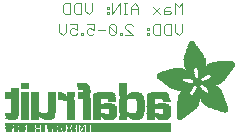
<source format=gbr>
G04 EAGLE Gerber RS-274X export*
G75*
%MOMM*%
%FSLAX34Y34*%
%LPD*%
%INSilkscreen Bottom*%
%IPPOS*%
%AMOC8*
5,1,8,0,0,1.08239X$1,22.5*%
G01*
%ADD10C,0.076200*%
%ADD11R,6.839700X0.016800*%
%ADD12R,0.268300X0.016800*%
%ADD13R,0.268200X0.016800*%
%ADD14R,0.251500X0.016800*%
%ADD15R,0.301800X0.016800*%
%ADD16R,0.251400X0.016800*%
%ADD17R,0.285000X0.016800*%
%ADD18R,0.301700X0.016800*%
%ADD19R,0.419100X0.016800*%
%ADD20R,0.318500X0.016800*%
%ADD21R,0.586700X0.016800*%
%ADD22R,0.586800X0.016800*%
%ADD23R,6.839700X0.016700*%
%ADD24R,0.268300X0.016700*%
%ADD25R,0.251400X0.016700*%
%ADD26R,0.251500X0.016700*%
%ADD27R,0.301800X0.016700*%
%ADD28R,0.285000X0.016700*%
%ADD29R,0.301700X0.016700*%
%ADD30R,0.419100X0.016700*%
%ADD31R,0.318500X0.016700*%
%ADD32R,0.586700X0.016700*%
%ADD33R,0.586800X0.016700*%
%ADD34R,0.318600X0.016800*%
%ADD35R,0.569900X0.016800*%
%ADD36R,0.335300X0.016800*%
%ADD37R,0.234700X0.016800*%
%ADD38R,0.234700X0.016700*%
%ADD39R,0.016700X0.016700*%
%ADD40R,0.318600X0.016700*%
%ADD41R,0.569900X0.016700*%
%ADD42R,0.335300X0.016700*%
%ADD43R,0.217900X0.016800*%
%ADD44R,0.033500X0.016800*%
%ADD45R,0.570000X0.016800*%
%ADD46R,0.201100X0.016700*%
%ADD47R,0.050300X0.016700*%
%ADD48R,0.670500X0.016700*%
%ADD49R,1.005800X0.016700*%
%ADD50R,0.570000X0.016700*%
%ADD51R,0.201100X0.016800*%
%ADD52R,0.067000X0.016800*%
%ADD53R,0.670500X0.016800*%
%ADD54R,1.005800X0.016800*%
%ADD55R,0.184400X0.016800*%
%ADD56R,0.989000X0.016800*%
%ADD57R,0.184400X0.016700*%
%ADD58R,0.067000X0.016700*%
%ADD59R,0.989000X0.016700*%
%ADD60R,0.167600X0.016800*%
%ADD61R,0.083800X0.016800*%
%ADD62R,0.637000X0.016800*%
%ADD63R,0.955500X0.016800*%
%ADD64R,0.150800X0.016800*%
%ADD65R,0.100600X0.016800*%
%ADD66R,0.536400X0.016800*%
%ADD67R,0.854900X0.016800*%
%ADD68R,0.150800X0.016700*%
%ADD69R,0.100600X0.016700*%
%ADD70R,0.352000X0.016700*%
%ADD71R,0.435900X0.016700*%
%ADD72R,0.402400X0.016700*%
%ADD73R,0.368800X0.016700*%
%ADD74R,0.134100X0.016800*%
%ADD75R,0.117300X0.016800*%
%ADD76R,0.435900X0.016800*%
%ADD77R,0.368900X0.016800*%
%ADD78R,0.603500X0.016800*%
%ADD79R,0.134100X0.016700*%
%ADD80R,0.117300X0.016700*%
%ADD81R,0.452600X0.016700*%
%ADD82R,0.620300X0.016700*%
%ADD83R,0.284900X0.016800*%
%ADD84R,0.486200X0.016800*%
%ADD85R,0.653800X0.016800*%
%ADD86R,0.804700X0.016800*%
%ADD87R,0.150900X0.016700*%
%ADD88R,0.268200X0.016700*%
%ADD89R,0.737600X0.016700*%
%ADD90R,0.603500X0.016700*%
%ADD91R,0.922000X0.016700*%
%ADD92R,0.150900X0.016800*%
%ADD93R,0.821400X0.016800*%
%ADD94R,0.972300X0.016800*%
%ADD95R,0.989100X0.016800*%
%ADD96R,0.083800X0.016700*%
%ADD97R,0.167600X0.016700*%
%ADD98R,0.821400X0.016700*%
%ADD99R,0.989100X0.016700*%
%ADD100R,0.201200X0.016700*%
%ADD101R,0.050300X0.016800*%
%ADD102R,0.201200X0.016800*%
%ADD103R,0.217900X0.016700*%
%ADD104R,0.284900X0.016700*%
%ADD105R,0.352100X0.016800*%
%ADD106R,0.620300X0.016800*%
%ADD107R,0.385600X0.016800*%
%ADD108R,0.335200X0.016800*%
%ADD109R,0.385600X0.016700*%
%ADD110R,0.687400X0.016700*%
%ADD111R,13.998000X0.016800*%
%ADD112R,13.998000X0.016700*%
%ADD113R,0.637000X0.016700*%
%ADD114R,0.486100X0.016700*%
%ADD115R,0.637100X0.016700*%
%ADD116R,0.519700X0.016700*%
%ADD117R,0.536500X0.016700*%
%ADD118R,0.787900X0.016800*%
%ADD119R,0.687400X0.016800*%
%ADD120R,0.771200X0.016800*%
%ADD121R,0.637100X0.016800*%
%ADD122R,0.720800X0.016800*%
%ADD123R,0.704100X0.016800*%
%ADD124R,0.754400X0.016800*%
%ADD125R,0.838200X0.016700*%
%ADD126R,0.871800X0.016700*%
%ADD127R,0.871700X0.016700*%
%ADD128R,0.402400X0.016800*%
%ADD129R,0.922100X0.016800*%
%ADD130R,0.938800X0.016800*%
%ADD131R,0.938800X0.016700*%
%ADD132R,1.022600X0.016700*%
%ADD133R,0.972400X0.016700*%
%ADD134R,0.972300X0.016700*%
%ADD135R,0.469400X0.016800*%
%ADD136R,1.072900X0.016800*%
%ADD137R,1.022600X0.016800*%
%ADD138R,1.005900X0.016800*%
%ADD139R,0.502900X0.016800*%
%ADD140R,1.123200X0.016800*%
%ADD141R,1.056200X0.016800*%
%ADD142R,1.123100X0.016800*%
%ADD143R,1.139900X0.016700*%
%ADD144R,1.089600X0.016700*%
%ADD145R,0.553200X0.016800*%
%ADD146R,1.190200X0.016800*%
%ADD147R,1.190300X0.016800*%
%ADD148R,1.039400X0.016800*%
%ADD149R,1.223700X0.016800*%
%ADD150R,1.173500X0.016800*%
%ADD151R,1.223800X0.016800*%
%ADD152R,1.240500X0.016700*%
%ADD153R,1.173500X0.016700*%
%ADD154R,1.240600X0.016700*%
%ADD155R,1.190300X0.016700*%
%ADD156R,1.056200X0.016700*%
%ADD157R,1.274100X0.016800*%
%ADD158R,1.274000X0.016800*%
%ADD159R,1.307600X0.016800*%
%ADD160R,1.257300X0.016800*%
%ADD161R,1.324400X0.016800*%
%ADD162R,0.687300X0.016700*%
%ADD163R,1.324400X0.016700*%
%ADD164R,1.307500X0.016700*%
%ADD165R,1.274100X0.016700*%
%ADD166R,1.072900X0.016700*%
%ADD167R,2.011600X0.016800*%
%ADD168R,1.324300X0.016800*%
%ADD169R,1.978100X0.016800*%
%ADD170R,2.011600X0.016700*%
%ADD171R,1.357900X0.016700*%
%ADD172R,1.994900X0.016700*%
%ADD173R,1.341200X0.016700*%
%ADD174R,1.089700X0.016700*%
%ADD175R,0.754300X0.016800*%
%ADD176R,1.994900X0.016800*%
%ADD177R,1.995000X0.016800*%
%ADD178R,1.089700X0.016800*%
%ADD179R,0.787900X0.016700*%
%ADD180R,1.995000X0.016700*%
%ADD181R,2.028400X0.016800*%
%ADD182R,2.011700X0.016800*%
%ADD183R,1.106500X0.016800*%
%ADD184R,2.028400X0.016700*%
%ADD185R,2.011700X0.016700*%
%ADD186R,1.106500X0.016700*%
%ADD187R,0.888400X0.016800*%
%ADD188R,0.922000X0.016800*%
%ADD189R,0.938700X0.016700*%
%ADD190R,2.045200X0.016800*%
%ADD191R,0.938700X0.016800*%
%ADD192R,0.670600X0.016700*%
%ADD193R,0.888500X0.016700*%
%ADD194R,2.045200X0.016700*%
%ADD195R,0.888400X0.016700*%
%ADD196R,0.804600X0.016800*%
%ADD197R,2.028500X0.016800*%
%ADD198R,1.056100X0.016700*%
%ADD199R,0.771100X0.016700*%
%ADD200R,0.754300X0.016700*%
%ADD201R,2.028500X0.016700*%
%ADD202R,0.737700X0.016700*%
%ADD203R,1.072800X0.016800*%
%ADD204R,0.871700X0.016800*%
%ADD205R,0.737600X0.016800*%
%ADD206R,0.871800X0.016800*%
%ADD207R,1.089600X0.016800*%
%ADD208R,0.704000X0.016800*%
%ADD209R,0.687300X0.016800*%
%ADD210R,0.670600X0.016800*%
%ADD211R,1.123100X0.016700*%
%ADD212R,0.720800X0.016700*%
%ADD213R,0.653700X0.016700*%
%ADD214R,0.653800X0.016700*%
%ADD215R,1.139900X0.016800*%
%ADD216R,1.173400X0.016800*%
%ADD217R,1.190200X0.016700*%
%ADD218R,1.207000X0.016800*%
%ADD219R,1.240500X0.016800*%
%ADD220R,0.469400X0.016700*%
%ADD221R,1.274000X0.016700*%
%ADD222R,0.519600X0.016800*%
%ADD223R,1.341100X0.016800*%
%ADD224R,0.771200X0.016700*%
%ADD225R,1.374600X0.016700*%
%ADD226R,0.838200X0.016800*%
%ADD227R,1.391400X0.016800*%
%ADD228R,1.424900X0.016800*%
%ADD229R,1.441700X0.016700*%
%ADD230R,1.475200X0.016800*%
%ADD231R,1.491900X0.016700*%
%ADD232R,1.525500X0.016800*%
%ADD233R,1.559000X0.016700*%
%ADD234R,1.575800X0.016800*%
%ADD235R,1.307600X0.016700*%
%ADD236R,1.592500X0.016700*%
%ADD237R,1.374700X0.016800*%
%ADD238R,1.609300X0.016800*%
%ADD239R,1.408200X0.016800*%
%ADD240R,1.626100X0.016800*%
%ADD241R,1.626100X0.016700*%
%ADD242R,1.508800X0.016800*%
%ADD243R,1.659600X0.016800*%
%ADD244R,1.559000X0.016800*%
%ADD245R,1.676400X0.016800*%
%ADD246R,1.575800X0.016700*%
%ADD247R,1.676400X0.016700*%
%ADD248R,1.978100X0.016700*%
%ADD249R,1.693100X0.016800*%
%ADD250R,1.642800X0.016800*%
%ADD251R,1.709900X0.016800*%
%ADD252R,1.961300X0.016800*%
%ADD253R,1.726600X0.016700*%
%ADD254R,1.961300X0.016700*%
%ADD255R,1.693200X0.016800*%
%ADD256R,1.726600X0.016800*%
%ADD257R,1.944600X0.016800*%
%ADD258R,1.726700X0.016700*%
%ADD259R,1.743400X0.016700*%
%ADD260R,1.944600X0.016700*%
%ADD261R,1.726700X0.016800*%
%ADD262R,1.760200X0.016800*%
%ADD263R,1.927800X0.016800*%
%ADD264R,1.911000X0.016800*%
%ADD265R,1.793700X0.016700*%
%ADD266R,1.776900X0.016700*%
%ADD267R,1.911100X0.016700*%
%ADD268R,1.894300X0.016700*%
%ADD269R,1.793800X0.016800*%
%ADD270R,1.776900X0.016800*%
%ADD271R,1.911100X0.016800*%
%ADD272R,1.894300X0.016800*%
%ADD273R,1.827300X0.016800*%
%ADD274R,1.810500X0.016800*%
%ADD275R,1.877500X0.016800*%
%ADD276R,1.844100X0.016700*%
%ADD277R,1.810500X0.016700*%
%ADD278R,1.860800X0.016700*%
%ADD279R,1.844000X0.016700*%
%ADD280R,1.860900X0.016800*%
%ADD281R,1.844000X0.016800*%
%ADD282R,1.827200X0.016800*%
%ADD283R,1.860800X0.016800*%
%ADD284R,1.793700X0.016800*%
%ADD285R,1.877600X0.016700*%
%ADD286R,1.827200X0.016700*%
%ADD287R,1.927800X0.016700*%
%ADD288R,1.927900X0.016800*%
%ADD289R,1.944700X0.016700*%
%ADD290R,1.877500X0.016700*%
%ADD291R,1.961400X0.016800*%
%ADD292R,1.961400X0.016700*%
%ADD293R,1.978200X0.016800*%
%ADD294R,1.911000X0.016700*%
%ADD295R,0.620200X0.016800*%
%ADD296R,1.425000X0.016800*%
%ADD297R,0.620200X0.016700*%
%ADD298R,1.425000X0.016700*%
%ADD299R,0.653700X0.016800*%
%ADD300R,0.704100X0.016700*%
%ADD301R,0.804700X0.016700*%
%ADD302R,0.905200X0.016800*%
%ADD303R,1.894400X0.016800*%
%ADD304R,1.927900X0.016700*%
%ADD305R,1.877600X0.016800*%
%ADD306R,3.889300X0.016800*%
%ADD307R,3.872500X0.016700*%
%ADD308R,3.872500X0.016800*%
%ADD309R,3.855700X0.016700*%
%ADD310R,0.754400X0.016700*%
%ADD311R,3.855700X0.016800*%
%ADD312R,3.839000X0.016800*%
%ADD313R,0.720900X0.016800*%
%ADD314R,3.822200X0.016700*%
%ADD315R,2.715700X0.016800*%
%ADD316R,2.632000X0.016800*%
%ADD317R,1.290800X0.016800*%
%ADD318R,2.615200X0.016700*%
%ADD319R,1.257300X0.016700*%
%ADD320R,2.581700X0.016800*%
%ADD321R,1.240600X0.016800*%
%ADD322R,2.564900X0.016800*%
%ADD323R,1.760300X0.016800*%
%ADD324R,2.531400X0.016700*%
%ADD325R,1.156700X0.016700*%
%ADD326R,2.514600X0.016800*%
%ADD327R,0.955600X0.016800*%
%ADD328R,2.497800X0.016800*%
%ADD329R,1.659700X0.016800*%
%ADD330R,2.464300X0.016700*%
%ADD331R,1.039300X0.016700*%
%ADD332R,2.447500X0.016800*%
%ADD333R,1.592500X0.016800*%
%ADD334R,0.536500X0.016800*%
%ADD335R,2.430800X0.016700*%
%ADD336R,1.559100X0.016700*%
%ADD337R,1.542300X0.016700*%
%ADD338R,0.502900X0.016700*%
%ADD339R,2.414000X0.016800*%
%ADD340R,0.905300X0.016800*%
%ADD341R,1.508700X0.016800*%
%ADD342R,0.888500X0.016800*%
%ADD343R,2.397300X0.016800*%
%ADD344R,1.441700X0.016800*%
%ADD345R,0.452700X0.016800*%
%ADD346R,1.290900X0.016700*%
%ADD347R,1.156700X0.016800*%
%ADD348R,0.855000X0.016800*%
%ADD349R,1.123200X0.016700*%
%ADD350R,0.720900X0.016700*%
%ADD351R,1.106400X0.016800*%
%ADD352R,1.106400X0.016700*%
%ADD353R,0.771100X0.016800*%
%ADD354R,0.435800X0.016700*%
%ADD355R,1.592600X0.016700*%
%ADD356R,0.435800X0.016800*%
%ADD357R,1.642900X0.016800*%
%ADD358R,0.402300X0.016800*%
%ADD359R,1.793800X0.016700*%
%ADD360R,0.368800X0.016800*%
%ADD361R,1.056100X0.016800*%
%ADD362R,1.039400X0.016700*%
%ADD363R,2.078800X0.016800*%
%ADD364R,0.335200X0.016700*%
%ADD365R,2.145800X0.016700*%
%ADD366R,2.162600X0.016800*%
%ADD367R,0.352000X0.016800*%
%ADD368R,2.212800X0.016800*%
%ADD369R,2.279900X0.016700*%
%ADD370R,2.330200X0.016800*%
%ADD371R,2.799500X0.016800*%
%ADD372R,2.816300X0.016700*%
%ADD373R,0.955500X0.016700*%
%ADD374R,2.849900X0.016800*%
%ADD375R,2.916900X0.016800*%
%ADD376R,4.224500X0.016700*%
%ADD377R,4.291600X0.016800*%
%ADD378R,4.409000X0.016800*%
%ADD379R,4.509500X0.016700*%
%ADD380R,4.526300X0.016800*%
%ADD381R,4.626800X0.016700*%
%ADD382R,4.693900X0.016800*%
%ADD383R,4.727400X0.016800*%
%ADD384R,2.548200X0.016700*%
%ADD385R,2.179300X0.016700*%
%ADD386R,2.430800X0.016800*%
%ADD387R,2.414000X0.016700*%
%ADD388R,2.414100X0.016800*%
%ADD389R,2.430700X0.016700*%
%ADD390R,2.447600X0.016700*%
%ADD391R,1.559100X0.016800*%
%ADD392R,1.525500X0.016700*%
%ADD393R,1.492000X0.016800*%
%ADD394R,1.491900X0.016800*%
%ADD395R,1.458500X0.016700*%
%ADD396R,2.061900X0.016800*%
%ADD397R,1.408100X0.016700*%
%ADD398R,0.905200X0.016700*%
%ADD399R,2.112300X0.016700*%
%ADD400R,2.179300X0.016800*%
%ADD401R,1.408200X0.016700*%
%ADD402R,2.212900X0.016700*%
%ADD403R,1.140000X0.016800*%
%ADD404R,3.319300X0.016800*%
%ADD405R,1.374700X0.016700*%
%ADD406R,0.402300X0.016700*%
%ADD407R,3.302500X0.016700*%
%ADD408R,3.285700X0.016800*%
%ADD409R,1.357900X0.016800*%
%ADD410R,3.269000X0.016800*%
%ADD411R,3.285800X0.016700*%
%ADD412R,3.268900X0.016800*%
%ADD413R,0.452700X0.016700*%
%ADD414R,3.268900X0.016700*%
%ADD415R,1.391400X0.016700*%
%ADD416R,3.269000X0.016700*%
%ADD417R,1.374600X0.016800*%
%ADD418R,0.519700X0.016800*%
%ADD419R,3.252200X0.016800*%
%ADD420R,3.235400X0.016800*%
%ADD421R,3.235400X0.016700*%
%ADD422R,3.218600X0.016800*%
%ADD423R,3.201900X0.016800*%
%ADD424R,3.201900X0.016700*%
%ADD425R,1.458500X0.016800*%
%ADD426R,1.525600X0.016800*%
%ADD427R,3.185100X0.016800*%
%ADD428R,2.531300X0.016700*%
%ADD429R,3.168400X0.016700*%
%ADD430R,2.531300X0.016800*%
%ADD431R,3.151600X0.016800*%
%ADD432R,2.548100X0.016800*%
%ADD433R,3.134900X0.016800*%
%ADD434R,2.564900X0.016700*%
%ADD435R,3.118100X0.016700*%
%ADD436R,2.581600X0.016800*%
%ADD437R,3.101400X0.016800*%
%ADD438R,2.598400X0.016700*%
%ADD439R,3.067900X0.016700*%
%ADD440R,2.598400X0.016800*%
%ADD441R,3.034300X0.016800*%
%ADD442R,2.615100X0.016800*%
%ADD443R,3.000800X0.016800*%
%ADD444R,2.631900X0.016700*%
%ADD445R,2.950500X0.016700*%
%ADD446R,2.648700X0.016800*%
%ADD447R,2.900200X0.016800*%
%ADD448R,2.665500X0.016800*%
%ADD449R,2.682200X0.016700*%
%ADD450R,2.799600X0.016700*%
%ADD451R,2.699000X0.016800*%
%ADD452R,2.732500X0.016800*%
%ADD453R,2.749300X0.016700*%
%ADD454R,2.632000X0.016700*%
%ADD455R,2.749300X0.016800*%
%ADD456R,2.766100X0.016700*%
%ADD457R,2.766100X0.016800*%
%ADD458R,2.481100X0.016800*%
%ADD459R,2.782900X0.016800*%
%ADD460R,2.380500X0.016700*%
%ADD461R,2.833100X0.016800*%
%ADD462R,1.592600X0.016800*%
%ADD463R,2.849900X0.016700*%
%ADD464R,2.883400X0.016800*%
%ADD465R,2.917000X0.016700*%
%ADD466R,2.933700X0.016800*%
%ADD467R,2.967200X0.016800*%
%ADD468R,2.967200X0.016700*%
%ADD469R,3.017500X0.016700*%
%ADD470R,3.051000X0.016800*%
%ADD471R,0.788000X0.016800*%
%ADD472R,3.084600X0.016800*%
%ADD473R,2.397300X0.016700*%
%ADD474R,2.397200X0.016800*%
%ADD475R,1.760200X0.016700*%
%ADD476R,2.397200X0.016700*%
%ADD477R,1.827300X0.016700*%
%ADD478R,2.380500X0.016800*%
%ADD479R,2.363700X0.016800*%
%ADD480R,2.363700X0.016700*%
%ADD481R,2.346900X0.016800*%
%ADD482R,2.296600X0.016700*%
%ADD483R,2.279900X0.016800*%
%ADD484R,2.246300X0.016800*%
%ADD485R,2.229600X0.016700*%
%ADD486R,2.129100X0.016800*%
%ADD487R,2.112300X0.016800*%
%ADD488R,1.609300X0.016700*%
%ADD489R,1.743400X0.016800*%
%ADD490R,1.693100X0.016700*%
%ADD491R,1.659700X0.016700*%
%ADD492R,1.575900X0.016800*%
%ADD493R,1.575900X0.016700*%
%ADD494R,1.475200X0.016700*%
%ADD495R,1.324300X0.016700*%
%ADD496R,1.290800X0.016700*%
%ADD497R,1.207000X0.016700*%
%ADD498R,0.854900X0.016700*%
%ADD499R,0.821500X0.016700*%
%ADD500R,0.821500X0.016800*%
%ADD501R,0.218000X0.016800*%


D10*
X192659Y144407D02*
X192659Y138136D01*
X189524Y135001D01*
X186388Y138136D01*
X186388Y144407D01*
X183304Y144407D02*
X183304Y135001D01*
X178601Y135001D01*
X177033Y136569D01*
X177033Y142839D01*
X178601Y144407D01*
X183304Y144407D01*
X173949Y144407D02*
X173949Y135001D01*
X169246Y135001D01*
X167678Y136569D01*
X167678Y142839D01*
X169246Y144407D01*
X173949Y144407D01*
X164593Y141272D02*
X163026Y141272D01*
X163026Y139704D01*
X164593Y139704D01*
X164593Y141272D01*
X164593Y136569D02*
X163026Y136569D01*
X163026Y135001D01*
X164593Y135001D01*
X164593Y136569D01*
X150561Y135001D02*
X144290Y135001D01*
X150561Y135001D02*
X144290Y141272D01*
X144290Y142839D01*
X145858Y144407D01*
X148993Y144407D01*
X150561Y142839D01*
X141205Y136569D02*
X141205Y135001D01*
X141205Y136569D02*
X139638Y136569D01*
X139638Y135001D01*
X141205Y135001D01*
X136528Y136569D02*
X136528Y142839D01*
X134960Y144407D01*
X131825Y144407D01*
X130257Y142839D01*
X130257Y136569D01*
X131825Y135001D01*
X134960Y135001D01*
X136528Y136569D01*
X130257Y142839D01*
X127173Y139704D02*
X120902Y139704D01*
X117818Y144407D02*
X111547Y144407D01*
X117818Y144407D02*
X117818Y139704D01*
X114682Y141272D01*
X113115Y141272D01*
X111547Y139704D01*
X111547Y136569D01*
X113115Y135001D01*
X116250Y135001D01*
X117818Y136569D01*
X108462Y136569D02*
X108462Y135001D01*
X108462Y136569D02*
X106895Y136569D01*
X106895Y135001D01*
X108462Y135001D01*
X103785Y144407D02*
X97514Y144407D01*
X103785Y144407D02*
X103785Y139704D01*
X100649Y141272D01*
X99082Y141272D01*
X97514Y139704D01*
X97514Y136569D01*
X99082Y135001D01*
X102217Y135001D01*
X103785Y136569D01*
X94430Y138136D02*
X94430Y144407D01*
X94430Y138136D02*
X91294Y135001D01*
X88159Y138136D01*
X88159Y144407D01*
X192659Y152781D02*
X192659Y162187D01*
X189524Y159052D01*
X186388Y162187D01*
X186388Y152781D01*
X181736Y159052D02*
X178601Y159052D01*
X177033Y157484D01*
X177033Y152781D01*
X181736Y152781D01*
X183304Y154349D01*
X181736Y155916D01*
X177033Y155916D01*
X173949Y159052D02*
X167678Y152781D01*
X173949Y152781D02*
X167678Y159052D01*
X155238Y159052D02*
X155238Y152781D01*
X155238Y159052D02*
X152103Y162187D01*
X148968Y159052D01*
X148968Y152781D01*
X148968Y157484D02*
X155238Y157484D01*
X145883Y152781D02*
X142748Y152781D01*
X144315Y152781D02*
X144315Y162187D01*
X142748Y162187D02*
X145883Y162187D01*
X139646Y162187D02*
X139646Y152781D01*
X133376Y152781D02*
X139646Y162187D01*
X133376Y162187D02*
X133376Y152781D01*
X130291Y159052D02*
X128723Y159052D01*
X128723Y157484D01*
X130291Y157484D01*
X130291Y159052D01*
X130291Y154349D02*
X128723Y154349D01*
X128723Y152781D01*
X130291Y152781D01*
X130291Y154349D01*
X116258Y155916D02*
X116258Y162187D01*
X116258Y155916D02*
X113123Y152781D01*
X109988Y155916D01*
X109988Y162187D01*
X106903Y162187D02*
X106903Y152781D01*
X102200Y152781D01*
X100632Y154349D01*
X100632Y160619D01*
X102200Y162187D01*
X106903Y162187D01*
X97548Y162187D02*
X97548Y152781D01*
X92845Y152781D01*
X91277Y154349D01*
X91277Y160619D01*
X92845Y162187D01*
X97548Y162187D01*
D11*
X148822Y53340D03*
D12*
X112276Y53340D03*
D13*
X108755Y53340D03*
D14*
X104313Y53340D03*
D12*
X100709Y53340D03*
D15*
X96685Y53340D03*
D16*
X92578Y53340D03*
D17*
X88722Y53340D03*
D18*
X84783Y53340D03*
D19*
X80173Y53340D03*
X74976Y53340D03*
D20*
X70282Y53340D03*
D17*
X66258Y53340D03*
X62403Y53340D03*
D21*
X56871Y53340D03*
D18*
X51423Y53340D03*
D22*
X45974Y53340D03*
D23*
X148822Y53508D03*
D24*
X112276Y53508D03*
D25*
X108839Y53508D03*
D26*
X104313Y53508D03*
D27*
X100541Y53508D03*
D28*
X96601Y53508D03*
D29*
X92662Y53508D03*
D28*
X88722Y53508D03*
D29*
X84783Y53508D03*
D30*
X80173Y53508D03*
X74976Y53508D03*
D31*
X70282Y53508D03*
D28*
X66258Y53508D03*
X62403Y53508D03*
D32*
X56871Y53508D03*
D31*
X51507Y53508D03*
D33*
X45974Y53508D03*
D11*
X148822Y53675D03*
D12*
X112276Y53675D03*
D16*
X108839Y53675D03*
D14*
X104313Y53675D03*
D34*
X100457Y53675D03*
D12*
X96518Y53675D03*
D20*
X92578Y53675D03*
D17*
X88722Y53675D03*
D20*
X84867Y53675D03*
D19*
X80173Y53675D03*
X74976Y53675D03*
D20*
X70282Y53675D03*
D17*
X66258Y53675D03*
X62403Y53675D03*
D35*
X56955Y53675D03*
D36*
X51423Y53675D03*
D22*
X45974Y53675D03*
D11*
X148822Y53843D03*
D12*
X112276Y53843D03*
D37*
X108923Y53843D03*
D14*
X104313Y53843D03*
D34*
X100457Y53843D03*
D12*
X96518Y53843D03*
D20*
X92578Y53843D03*
D16*
X88722Y53843D03*
D20*
X84867Y53843D03*
D19*
X80173Y53843D03*
X74976Y53843D03*
D20*
X70282Y53843D03*
D17*
X66258Y53843D03*
X62403Y53843D03*
D35*
X56955Y53843D03*
D36*
X51423Y53843D03*
D22*
X45974Y53843D03*
D23*
X148822Y54011D03*
D24*
X112276Y54011D03*
D38*
X108923Y54011D03*
D39*
X106660Y54011D03*
D26*
X104313Y54011D03*
D40*
X100457Y54011D03*
D24*
X96518Y54011D03*
D31*
X92578Y54011D03*
D25*
X88722Y54011D03*
D31*
X84867Y54011D03*
D30*
X80173Y54011D03*
X74976Y54011D03*
D31*
X70282Y54011D03*
D28*
X66258Y54011D03*
X62403Y54011D03*
D41*
X56955Y54011D03*
D42*
X51423Y54011D03*
D33*
X45974Y54011D03*
D11*
X148822Y54178D03*
D12*
X112276Y54178D03*
D43*
X109007Y54178D03*
D44*
X106744Y54178D03*
D14*
X104313Y54178D03*
D34*
X100457Y54178D03*
D12*
X96518Y54178D03*
D20*
X92578Y54178D03*
D16*
X88722Y54178D03*
D20*
X84867Y54178D03*
D19*
X80173Y54178D03*
X74976Y54178D03*
D18*
X70366Y54178D03*
D17*
X66258Y54178D03*
X62403Y54178D03*
D35*
X56955Y54178D03*
D36*
X51423Y54178D03*
D45*
X45890Y54178D03*
D11*
X148822Y54346D03*
D12*
X112276Y54346D03*
D43*
X109007Y54346D03*
D44*
X106744Y54346D03*
D14*
X104313Y54346D03*
D34*
X100457Y54346D03*
D12*
X96518Y54346D03*
D20*
X92578Y54346D03*
D16*
X88722Y54346D03*
D20*
X84867Y54346D03*
D19*
X80173Y54346D03*
X74976Y54346D03*
D18*
X70366Y54346D03*
D17*
X66258Y54346D03*
X62403Y54346D03*
D35*
X56955Y54346D03*
D36*
X51423Y54346D03*
D45*
X45890Y54346D03*
D23*
X148822Y54514D03*
D24*
X112276Y54514D03*
D46*
X109091Y54514D03*
D47*
X106828Y54514D03*
D26*
X104313Y54514D03*
D40*
X100457Y54514D03*
D24*
X96518Y54514D03*
D31*
X92578Y54514D03*
D48*
X86627Y54514D03*
D30*
X80173Y54514D03*
X74976Y54514D03*
D29*
X70366Y54514D03*
D27*
X66342Y54514D03*
D28*
X62403Y54514D03*
D49*
X54775Y54514D03*
D50*
X45890Y54514D03*
D11*
X148822Y54681D03*
D12*
X112276Y54681D03*
D51*
X109091Y54681D03*
D52*
X106911Y54681D03*
D14*
X104313Y54681D03*
D34*
X100457Y54681D03*
D14*
X96434Y54681D03*
D20*
X92578Y54681D03*
D53*
X86627Y54681D03*
D19*
X80173Y54681D03*
X74976Y54681D03*
D18*
X70366Y54681D03*
D15*
X66342Y54681D03*
D17*
X62403Y54681D03*
D54*
X54775Y54681D03*
D22*
X45974Y54681D03*
D11*
X148822Y54849D03*
D12*
X112276Y54849D03*
D55*
X109174Y54849D03*
D52*
X106911Y54849D03*
D14*
X104313Y54849D03*
D36*
X100374Y54849D03*
D14*
X96434Y54849D03*
D20*
X92578Y54849D03*
D53*
X86627Y54849D03*
D19*
X80173Y54849D03*
X74976Y54849D03*
D18*
X70366Y54849D03*
D15*
X66342Y54849D03*
D17*
X62403Y54849D03*
D56*
X54859Y54849D03*
D22*
X45974Y54849D03*
D23*
X148822Y55017D03*
D24*
X112276Y55017D03*
D57*
X109174Y55017D03*
D58*
X106911Y55017D03*
D26*
X104313Y55017D03*
D42*
X100374Y55017D03*
D26*
X96434Y55017D03*
D31*
X92578Y55017D03*
D48*
X86627Y55017D03*
D30*
X80173Y55017D03*
X74976Y55017D03*
D28*
X70449Y55017D03*
D40*
X66426Y55017D03*
D28*
X62403Y55017D03*
D59*
X54859Y55017D03*
D33*
X45974Y55017D03*
D11*
X148822Y55184D03*
D12*
X112276Y55184D03*
D60*
X109258Y55184D03*
D61*
X106995Y55184D03*
D14*
X104313Y55184D03*
D36*
X100374Y55184D03*
D14*
X96434Y55184D03*
D20*
X92578Y55184D03*
D62*
X86794Y55184D03*
D19*
X80173Y55184D03*
X74976Y55184D03*
D34*
X66426Y55184D03*
D17*
X62403Y55184D03*
D63*
X55027Y55184D03*
D22*
X45974Y55184D03*
D11*
X148822Y55352D03*
D12*
X112276Y55352D03*
D64*
X109342Y55352D03*
D65*
X107079Y55352D03*
D14*
X104313Y55352D03*
D36*
X100374Y55352D03*
D14*
X96434Y55352D03*
D20*
X92578Y55352D03*
D66*
X87297Y55352D03*
D19*
X80173Y55352D03*
X74976Y55352D03*
D36*
X66510Y55352D03*
D17*
X62403Y55352D03*
D67*
X55530Y55352D03*
D22*
X45974Y55352D03*
D23*
X148822Y55520D03*
D24*
X112276Y55520D03*
D68*
X109342Y55520D03*
D69*
X107079Y55520D03*
D26*
X104313Y55520D03*
D42*
X100374Y55520D03*
D26*
X96434Y55520D03*
D31*
X92578Y55520D03*
D70*
X88219Y55520D03*
D71*
X80257Y55520D03*
D30*
X74976Y55520D03*
D72*
X66845Y55520D03*
D28*
X62403Y55520D03*
D73*
X54943Y55520D03*
D33*
X45974Y55520D03*
D11*
X148822Y55687D03*
D12*
X112276Y55687D03*
D74*
X109426Y55687D03*
D75*
X107163Y55687D03*
D14*
X104313Y55687D03*
D36*
X100374Y55687D03*
D14*
X96434Y55687D03*
D20*
X92578Y55687D03*
D18*
X88471Y55687D03*
D76*
X80257Y55687D03*
D19*
X74976Y55687D03*
D77*
X66678Y55687D03*
D17*
X62403Y55687D03*
D20*
X55195Y55687D03*
D78*
X46058Y55687D03*
D23*
X148822Y55855D03*
D24*
X112276Y55855D03*
D79*
X109426Y55855D03*
D80*
X107163Y55855D03*
D26*
X104313Y55855D03*
D42*
X100374Y55855D03*
D26*
X96434Y55855D03*
D31*
X92578Y55855D03*
D29*
X88471Y55855D03*
D81*
X80340Y55855D03*
D30*
X74976Y55855D03*
D42*
X66510Y55855D03*
D28*
X62403Y55855D03*
D31*
X55195Y55855D03*
D82*
X46142Y55855D03*
D11*
X148822Y56022D03*
D12*
X112276Y56022D03*
D75*
X109510Y56022D03*
X107163Y56022D03*
D14*
X104313Y56022D03*
D36*
X100374Y56022D03*
D14*
X96434Y56022D03*
D20*
X92578Y56022D03*
D83*
X88555Y56022D03*
D84*
X80508Y56022D03*
D19*
X74976Y56022D03*
D13*
X70533Y56022D03*
D34*
X66426Y56022D03*
D17*
X62403Y56022D03*
D15*
X55278Y56022D03*
D85*
X46309Y56022D03*
D11*
X148822Y56190D03*
D12*
X112276Y56190D03*
D75*
X109510Y56190D03*
D74*
X107247Y56190D03*
D14*
X104313Y56190D03*
D36*
X100374Y56190D03*
D14*
X96434Y56190D03*
D20*
X92578Y56190D03*
D13*
X88638Y56190D03*
D62*
X81262Y56190D03*
D19*
X74976Y56190D03*
D18*
X70366Y56190D03*
D15*
X66342Y56190D03*
D17*
X62403Y56190D03*
D15*
X55278Y56190D03*
D86*
X47064Y56190D03*
D23*
X148822Y56358D03*
D24*
X112276Y56358D03*
D69*
X109593Y56358D03*
D87*
X107331Y56358D03*
D26*
X104313Y56358D03*
D42*
X100374Y56358D03*
D26*
X96434Y56358D03*
D31*
X92578Y56358D03*
D88*
X88638Y56358D03*
D89*
X81765Y56358D03*
D30*
X74976Y56358D03*
D29*
X70366Y56358D03*
D27*
X66342Y56358D03*
D28*
X62403Y56358D03*
D90*
X56787Y56358D03*
D91*
X47650Y56358D03*
D11*
X148822Y56525D03*
D12*
X112276Y56525D03*
D65*
X109593Y56525D03*
D92*
X107331Y56525D03*
D14*
X104313Y56525D03*
D36*
X100374Y56525D03*
D14*
X96434Y56525D03*
D20*
X92578Y56525D03*
D13*
X88638Y56525D03*
D93*
X82184Y56525D03*
D19*
X74976Y56525D03*
D20*
X70282Y56525D03*
D17*
X66258Y56525D03*
X62403Y56525D03*
D21*
X56871Y56525D03*
D94*
X47902Y56525D03*
D11*
X148822Y56693D03*
D12*
X112276Y56693D03*
D61*
X109677Y56693D03*
D60*
X107414Y56693D03*
D14*
X104313Y56693D03*
D34*
X100457Y56693D03*
D14*
X96434Y56693D03*
D20*
X92578Y56693D03*
D13*
X88638Y56693D03*
D93*
X82184Y56693D03*
D19*
X74976Y56693D03*
D20*
X70282Y56693D03*
D17*
X66258Y56693D03*
X62403Y56693D03*
D21*
X56871Y56693D03*
D95*
X47986Y56693D03*
D23*
X148822Y56861D03*
D24*
X112276Y56861D03*
D96*
X109677Y56861D03*
D97*
X107414Y56861D03*
D26*
X104313Y56861D03*
D40*
X100457Y56861D03*
D26*
X96434Y56861D03*
D31*
X92578Y56861D03*
D88*
X88638Y56861D03*
D98*
X82184Y56861D03*
D30*
X74976Y56861D03*
D31*
X70282Y56861D03*
D28*
X66258Y56861D03*
X62403Y56861D03*
D32*
X56871Y56861D03*
D99*
X47986Y56861D03*
D11*
X148822Y57028D03*
D12*
X112276Y57028D03*
D52*
X109761Y57028D03*
D55*
X107498Y57028D03*
D14*
X104313Y57028D03*
D34*
X100457Y57028D03*
D12*
X96518Y57028D03*
D20*
X92578Y57028D03*
D13*
X88638Y57028D03*
D93*
X82184Y57028D03*
D19*
X74976Y57028D03*
D20*
X70282Y57028D03*
D17*
X66258Y57028D03*
X62403Y57028D03*
D21*
X56871Y57028D03*
D95*
X47986Y57028D03*
D11*
X148822Y57196D03*
D12*
X112276Y57196D03*
D52*
X109761Y57196D03*
D55*
X107498Y57196D03*
D14*
X104313Y57196D03*
D34*
X100457Y57196D03*
D12*
X96518Y57196D03*
D20*
X92578Y57196D03*
D13*
X88638Y57196D03*
D93*
X82184Y57196D03*
D19*
X74976Y57196D03*
D20*
X70282Y57196D03*
D17*
X66258Y57196D03*
X62403Y57196D03*
D21*
X56871Y57196D03*
D95*
X47986Y57196D03*
D23*
X148822Y57364D03*
D24*
X112276Y57364D03*
D47*
X109845Y57364D03*
D100*
X107582Y57364D03*
D26*
X104313Y57364D03*
D40*
X100457Y57364D03*
D24*
X96518Y57364D03*
D31*
X92578Y57364D03*
D88*
X88638Y57364D03*
D29*
X84783Y57364D03*
D71*
X80257Y57364D03*
D30*
X74976Y57364D03*
D31*
X70282Y57364D03*
D28*
X66258Y57364D03*
X62403Y57364D03*
D32*
X56871Y57364D03*
D29*
X51423Y57364D03*
D33*
X45974Y57364D03*
D11*
X148822Y57531D03*
D12*
X112276Y57531D03*
D101*
X109845Y57531D03*
D102*
X107582Y57531D03*
D14*
X104313Y57531D03*
D34*
X100457Y57531D03*
D12*
X96518Y57531D03*
D20*
X92578Y57531D03*
D13*
X88638Y57531D03*
D83*
X84867Y57531D03*
D76*
X80257Y57531D03*
D19*
X74976Y57531D03*
D20*
X70282Y57531D03*
D17*
X66258Y57531D03*
X62403Y57531D03*
D21*
X56871Y57531D03*
D18*
X51423Y57531D03*
D22*
X45974Y57531D03*
D23*
X148822Y57699D03*
D24*
X112276Y57699D03*
D47*
X109845Y57699D03*
D103*
X107666Y57699D03*
D26*
X104313Y57699D03*
D40*
X100457Y57699D03*
D24*
X96518Y57699D03*
D31*
X92578Y57699D03*
D88*
X88638Y57699D03*
D104*
X84867Y57699D03*
D71*
X80257Y57699D03*
D30*
X74976Y57699D03*
D31*
X70282Y57699D03*
D28*
X66258Y57699D03*
X62403Y57699D03*
D32*
X56871Y57699D03*
D29*
X51423Y57699D03*
D33*
X45974Y57699D03*
D11*
X148822Y57866D03*
D12*
X112276Y57866D03*
D37*
X107750Y57866D03*
D14*
X104313Y57866D03*
D34*
X100457Y57866D03*
D12*
X96518Y57866D03*
D20*
X92578Y57866D03*
D13*
X88638Y57866D03*
D83*
X84867Y57866D03*
D76*
X80257Y57866D03*
D19*
X74976Y57866D03*
D20*
X70282Y57866D03*
D17*
X66258Y57866D03*
X62403Y57866D03*
D21*
X56871Y57866D03*
D18*
X51423Y57866D03*
D22*
X45974Y57866D03*
D11*
X148822Y58034D03*
D12*
X112276Y58034D03*
D37*
X107750Y58034D03*
D14*
X104313Y58034D03*
D15*
X100541Y58034D03*
D17*
X96601Y58034D03*
D20*
X92578Y58034D03*
D13*
X88638Y58034D03*
D83*
X84867Y58034D03*
D76*
X80257Y58034D03*
D19*
X74976Y58034D03*
D18*
X70366Y58034D03*
D17*
X66258Y58034D03*
X62403Y58034D03*
D21*
X56871Y58034D03*
D18*
X51423Y58034D03*
D22*
X45974Y58034D03*
D23*
X148822Y58202D03*
D24*
X112276Y58202D03*
D38*
X107750Y58202D03*
D26*
X104313Y58202D03*
D28*
X100625Y58202D03*
X96601Y58202D03*
D31*
X92578Y58202D03*
D88*
X88638Y58202D03*
D104*
X84867Y58202D03*
D71*
X80257Y58202D03*
D30*
X74976Y58202D03*
D29*
X70366Y58202D03*
D28*
X66258Y58202D03*
X62403Y58202D03*
D90*
X56787Y58202D03*
D29*
X51423Y58202D03*
D33*
X45974Y58202D03*
D11*
X148822Y58369D03*
D12*
X112276Y58369D03*
D16*
X107833Y58369D03*
D14*
X104313Y58369D03*
D15*
X96685Y58369D03*
D20*
X92578Y58369D03*
D13*
X88638Y58369D03*
D102*
X81430Y58369D03*
X73886Y58369D03*
D15*
X66342Y58369D03*
D17*
X62403Y58369D03*
D14*
X55027Y58369D03*
D78*
X46058Y58369D03*
D11*
X148822Y58537D03*
D12*
X112276Y58537D03*
D13*
X107917Y58537D03*
D14*
X104313Y58537D03*
D15*
X96685Y58537D03*
D20*
X92578Y58537D03*
D83*
X88555Y58537D03*
D102*
X81430Y58537D03*
X73886Y58537D03*
D34*
X66426Y58537D03*
D17*
X62403Y58537D03*
D14*
X55027Y58537D03*
D78*
X46058Y58537D03*
D23*
X148822Y58705D03*
D24*
X112276Y58705D03*
D88*
X107917Y58705D03*
D26*
X104313Y58705D03*
D31*
X96769Y58705D03*
X92578Y58705D03*
D104*
X88555Y58705D03*
D103*
X81514Y58705D03*
D100*
X73886Y58705D03*
D40*
X66426Y58705D03*
D28*
X62403Y58705D03*
D26*
X55027Y58705D03*
D82*
X46142Y58705D03*
D11*
X148822Y58872D03*
D12*
X112276Y58872D03*
D17*
X108001Y58872D03*
D14*
X104313Y58872D03*
D105*
X96937Y58872D03*
D20*
X92578Y58872D03*
D18*
X88471Y58872D03*
D37*
X81598Y58872D03*
D102*
X73886Y58872D03*
D36*
X66510Y58872D03*
D17*
X62403Y58872D03*
D13*
X54943Y58872D03*
D106*
X46142Y58872D03*
D11*
X148822Y59040D03*
D12*
X112276Y59040D03*
D17*
X108001Y59040D03*
D14*
X104313Y59040D03*
D107*
X97104Y59040D03*
D20*
X92578Y59040D03*
D108*
X88303Y59040D03*
D14*
X81682Y59040D03*
D102*
X73886Y59040D03*
D105*
X66594Y59040D03*
D17*
X62403Y59040D03*
D15*
X54775Y59040D03*
D85*
X46309Y59040D03*
D23*
X148822Y59208D03*
D24*
X112276Y59208D03*
D29*
X108085Y59208D03*
D26*
X104313Y59208D03*
D71*
X97356Y59208D03*
D31*
X92578Y59208D03*
D73*
X88135Y59208D03*
D28*
X81849Y59208D03*
D100*
X73886Y59208D03*
D109*
X66761Y59208D03*
D28*
X62403Y59208D03*
D42*
X54608Y59208D03*
D110*
X46477Y59208D03*
D111*
X113030Y59375D03*
X113030Y59543D03*
D112*
X113030Y59711D03*
D111*
X113030Y59878D03*
D112*
X113030Y60046D03*
D111*
X113030Y60213D03*
D101*
X190815Y63231D03*
D102*
X48908Y63231D03*
D100*
X190731Y63399D03*
D33*
X176398Y63399D03*
D113*
X165753Y63399D03*
D114*
X152929Y63399D03*
D82*
X142703Y63399D03*
D33*
X130632Y63399D03*
D113*
X120155Y63399D03*
D115*
X111438Y63399D03*
X98362Y63399D03*
D116*
X78497Y63399D03*
D115*
X68019Y63399D03*
D113*
X59469Y63399D03*
D117*
X48573Y63399D03*
D13*
X190731Y63566D03*
D118*
X176398Y63566D03*
D62*
X165753Y63566D03*
D119*
X153096Y63566D03*
D106*
X142703Y63566D03*
D120*
X130716Y63566D03*
D62*
X120155Y63566D03*
D121*
X111438Y63566D03*
X98362Y63566D03*
D122*
X78496Y63566D03*
D121*
X68019Y63566D03*
D62*
X59469Y63566D03*
D123*
X48238Y63566D03*
D15*
X190731Y63734D03*
D93*
X176398Y63734D03*
D62*
X165753Y63734D03*
D124*
X153096Y63734D03*
D106*
X142703Y63734D03*
D93*
X130632Y63734D03*
D62*
X120155Y63734D03*
D121*
X111438Y63734D03*
X98362Y63734D03*
D120*
X78580Y63734D03*
D121*
X68019Y63734D03*
D62*
X59469Y63734D03*
D120*
X48237Y63734D03*
D70*
X190815Y63902D03*
D91*
X176398Y63902D03*
D113*
X165753Y63902D03*
D125*
X153180Y63902D03*
D82*
X142703Y63902D03*
D91*
X130632Y63902D03*
D113*
X120155Y63902D03*
D115*
X111438Y63902D03*
X98362Y63902D03*
D126*
X78580Y63902D03*
D115*
X68019Y63902D03*
D113*
X59469Y63902D03*
D127*
X48070Y63902D03*
D128*
X190731Y64069D03*
D56*
X176398Y64069D03*
D62*
X165753Y64069D03*
D129*
X153264Y64069D03*
D106*
X142703Y64069D03*
D95*
X130633Y64069D03*
D62*
X120155Y64069D03*
D121*
X111438Y64069D03*
X98362Y64069D03*
D130*
X78580Y64069D03*
D121*
X68019Y64069D03*
D62*
X59469Y64069D03*
D94*
X47902Y64069D03*
D71*
X190899Y64237D03*
D49*
X176314Y64237D03*
D113*
X165753Y64237D03*
D131*
X153180Y64237D03*
D82*
X142703Y64237D03*
D132*
X130632Y64237D03*
D113*
X120155Y64237D03*
D115*
X111438Y64237D03*
X98362Y64237D03*
D133*
X78580Y64237D03*
D115*
X68019Y64237D03*
D113*
X59469Y64237D03*
D134*
X47902Y64237D03*
D135*
X190899Y64404D03*
D136*
X176315Y64404D03*
D62*
X165753Y64404D03*
D54*
X153180Y64404D03*
D106*
X142703Y64404D03*
D136*
X130549Y64404D03*
D62*
X120155Y64404D03*
D121*
X111438Y64404D03*
X98362Y64404D03*
D137*
X78496Y64404D03*
D121*
X68019Y64404D03*
D62*
X59469Y64404D03*
D138*
X48070Y64404D03*
D139*
X191067Y64572D03*
D140*
X176230Y64572D03*
D62*
X165753Y64572D03*
D141*
X153096Y64572D03*
D106*
X142703Y64572D03*
D142*
X130465Y64572D03*
D62*
X120155Y64572D03*
D121*
X111438Y64572D03*
X98362Y64572D03*
D141*
X78496Y64572D03*
D121*
X68019Y64572D03*
D62*
X59469Y64572D03*
D137*
X48153Y64572D03*
D117*
X191067Y64740D03*
D143*
X176147Y64740D03*
D113*
X165753Y64740D03*
D144*
X153096Y64740D03*
D82*
X142703Y64740D03*
D143*
X130549Y64740D03*
D113*
X120155Y64740D03*
D115*
X111438Y64740D03*
X98362Y64740D03*
D144*
X78496Y64740D03*
D115*
X68019Y64740D03*
D113*
X59469Y64740D03*
D132*
X48153Y64740D03*
D145*
X191150Y64907D03*
D146*
X176230Y64907D03*
D62*
X165753Y64907D03*
D140*
X153096Y64907D03*
D106*
X142703Y64907D03*
D147*
X130465Y64907D03*
D62*
X120155Y64907D03*
D121*
X111438Y64907D03*
X98362Y64907D03*
D140*
X78496Y64907D03*
D121*
X68019Y64907D03*
D62*
X59469Y64907D03*
D148*
X48237Y64907D03*
D78*
X191235Y65075D03*
D149*
X176063Y65075D03*
D62*
X165753Y65075D03*
D150*
X153013Y65075D03*
D106*
X142703Y65075D03*
D151*
X130297Y65075D03*
D62*
X120155Y65075D03*
D121*
X111438Y65075D03*
X98362Y65075D03*
D150*
X78413Y65075D03*
D121*
X68019Y65075D03*
D62*
X59469Y65075D03*
D141*
X48321Y65075D03*
D90*
X191235Y65243D03*
D152*
X175979Y65243D03*
D113*
X165753Y65243D03*
D153*
X153013Y65243D03*
D82*
X142703Y65243D03*
D154*
X130213Y65243D03*
D113*
X120155Y65243D03*
D115*
X111438Y65243D03*
X98362Y65243D03*
D155*
X78329Y65243D03*
D115*
X68019Y65243D03*
D113*
X59469Y65243D03*
D156*
X48321Y65243D03*
D62*
X191402Y65410D03*
D157*
X175979Y65410D03*
D62*
X165753Y65410D03*
D151*
X152928Y65410D03*
D106*
X142703Y65410D03*
D158*
X130213Y65410D03*
D62*
X120155Y65410D03*
D121*
X111438Y65410D03*
X98362Y65410D03*
D149*
X78329Y65410D03*
D121*
X68019Y65410D03*
D62*
X59469Y65410D03*
D136*
X48405Y65410D03*
D53*
X191570Y65578D03*
D159*
X175811Y65578D03*
D62*
X165753Y65578D03*
D160*
X152929Y65578D03*
D106*
X142703Y65578D03*
D161*
X130129Y65578D03*
D62*
X120155Y65578D03*
D121*
X111438Y65578D03*
X98362Y65578D03*
D160*
X78161Y65578D03*
D121*
X68019Y65578D03*
D62*
X59469Y65578D03*
D136*
X48405Y65578D03*
D162*
X191654Y65746D03*
D163*
X175895Y65746D03*
D113*
X165753Y65746D03*
D164*
X152845Y65746D03*
D82*
X142703Y65746D03*
D163*
X130129Y65746D03*
D113*
X120155Y65746D03*
D115*
X111438Y65746D03*
X98362Y65746D03*
D165*
X78245Y65746D03*
D115*
X68019Y65746D03*
D113*
X59469Y65746D03*
D166*
X48405Y65746D03*
D122*
X191821Y65913D03*
D167*
X172626Y65913D03*
D168*
X152761Y65913D03*
D106*
X142703Y65913D03*
D169*
X126861Y65913D03*
D121*
X111438Y65913D03*
X98362Y65913D03*
D159*
X78077Y65913D03*
D121*
X68019Y65913D03*
D62*
X59469Y65913D03*
D136*
X48405Y65913D03*
D89*
X191905Y66081D03*
D170*
X172626Y66081D03*
D171*
X152761Y66081D03*
D82*
X142703Y66081D03*
D172*
X126945Y66081D03*
D115*
X111438Y66081D03*
X98362Y66081D03*
D173*
X78077Y66081D03*
D115*
X68019Y66081D03*
D113*
X59469Y66081D03*
D174*
X48489Y66081D03*
D175*
X191989Y66248D03*
D167*
X172626Y66248D03*
D176*
X149576Y66248D03*
X126945Y66248D03*
D121*
X111438Y66248D03*
X98362Y66248D03*
D177*
X74808Y66248D03*
D62*
X59469Y66248D03*
D178*
X48489Y66248D03*
D118*
X192157Y66416D03*
D167*
X172626Y66416D03*
D176*
X149576Y66416D03*
X126945Y66416D03*
D121*
X111438Y66416D03*
X98362Y66416D03*
D177*
X74808Y66416D03*
D62*
X59469Y66416D03*
D178*
X48489Y66416D03*
D179*
X192157Y66584D03*
D170*
X172626Y66584D03*
D172*
X149576Y66584D03*
X126945Y66584D03*
D115*
X111438Y66584D03*
X98362Y66584D03*
D180*
X74808Y66584D03*
D113*
X59469Y66584D03*
D174*
X48489Y66584D03*
D93*
X192324Y66751D03*
D181*
X172710Y66751D03*
D182*
X149660Y66751D03*
D167*
X127028Y66751D03*
D121*
X111438Y66751D03*
X98362Y66751D03*
D182*
X74892Y66751D03*
D62*
X59469Y66751D03*
D178*
X48489Y66751D03*
D67*
X192492Y66919D03*
D181*
X172710Y66919D03*
X149743Y66919D03*
D167*
X127028Y66919D03*
D121*
X111438Y66919D03*
X98362Y66919D03*
D182*
X74892Y66919D03*
D62*
X59469Y66919D03*
D183*
X48573Y66919D03*
D127*
X192576Y67087D03*
D184*
X172710Y67087D03*
X149743Y67087D03*
D170*
X127028Y67087D03*
D115*
X111438Y67087D03*
X98362Y67087D03*
D185*
X74892Y67087D03*
D113*
X59469Y67087D03*
D186*
X48573Y67087D03*
D187*
X192659Y67254D03*
D181*
X172710Y67254D03*
X149743Y67254D03*
D167*
X127028Y67254D03*
D121*
X111438Y67254D03*
X98362Y67254D03*
D182*
X74892Y67254D03*
D62*
X59469Y67254D03*
D183*
X48573Y67254D03*
D188*
X192827Y67422D03*
D181*
X172710Y67422D03*
X149743Y67422D03*
X127112Y67422D03*
D121*
X111438Y67422D03*
X98362Y67422D03*
D182*
X74892Y67422D03*
D62*
X59469Y67422D03*
D183*
X48573Y67422D03*
D189*
X192911Y67590D03*
D184*
X172710Y67590D03*
X149743Y67590D03*
X127112Y67590D03*
D115*
X111438Y67590D03*
X98362Y67590D03*
D185*
X74892Y67590D03*
D113*
X59469Y67590D03*
D186*
X48573Y67590D03*
D63*
X192995Y67757D03*
D181*
X172710Y67757D03*
D190*
X149827Y67757D03*
D181*
X127112Y67757D03*
D121*
X111438Y67757D03*
X98362Y67757D03*
D182*
X74892Y67757D03*
D62*
X59469Y67757D03*
D183*
X48573Y67757D03*
D56*
X193162Y67925D03*
D123*
X179332Y67925D03*
D63*
X167346Y67925D03*
D190*
X149827Y67925D03*
D123*
X133734Y67925D03*
D191*
X121664Y67925D03*
D121*
X111438Y67925D03*
X98362Y67925D03*
D182*
X74892Y67925D03*
D62*
X59469Y67925D03*
D183*
X48573Y67925D03*
D49*
X193246Y68093D03*
D192*
X179499Y68093D03*
D193*
X167011Y68093D03*
D194*
X149827Y68093D03*
D162*
X133818Y68093D03*
D195*
X121412Y68093D03*
D115*
X111438Y68093D03*
X98362Y68093D03*
D185*
X74892Y68093D03*
D113*
X59469Y68093D03*
D186*
X48573Y68093D03*
D137*
X193330Y68260D03*
D85*
X179751Y68260D03*
D93*
X166675Y68260D03*
D190*
X149827Y68260D03*
D85*
X133985Y68260D03*
D196*
X120993Y68260D03*
D121*
X111438Y68260D03*
X98362Y68260D03*
D197*
X74976Y68260D03*
D62*
X59469Y68260D03*
D183*
X48573Y68260D03*
D198*
X193498Y68428D03*
D115*
X179835Y68428D03*
D199*
X166424Y68428D03*
D194*
X149827Y68428D03*
D113*
X134069Y68428D03*
D200*
X120742Y68428D03*
D115*
X111438Y68428D03*
X98362Y68428D03*
D201*
X74976Y68428D03*
D113*
X59469Y68428D03*
D202*
X50417Y68428D03*
D203*
X193581Y68595D03*
D121*
X179835Y68595D03*
D175*
X166340Y68595D03*
D124*
X156281Y68595D03*
D204*
X143960Y68595D03*
D62*
X134069Y68595D03*
D205*
X120658Y68595D03*
D121*
X111438Y68595D03*
X98362Y68595D03*
D124*
X81346Y68595D03*
D206*
X69192Y68595D03*
D62*
X59469Y68595D03*
D119*
X50668Y68595D03*
D207*
X193665Y68763D03*
D106*
X179919Y68763D03*
D208*
X166088Y68763D03*
D209*
X156617Y68763D03*
D118*
X143541Y68763D03*
D106*
X134153Y68763D03*
D209*
X120407Y68763D03*
D121*
X111438Y68763D03*
X98362Y68763D03*
D123*
X81598Y68763D03*
D86*
X68857Y68763D03*
D62*
X59469Y68763D03*
D210*
X50752Y68763D03*
D211*
X193833Y68931D03*
D82*
X179919Y68931D03*
D48*
X165921Y68931D03*
D192*
X156700Y68931D03*
D212*
X143205Y68931D03*
D82*
X134153Y68931D03*
D213*
X120239Y68931D03*
D115*
X111438Y68931D03*
X98362Y68931D03*
D162*
X81682Y68931D03*
D202*
X68522Y68931D03*
D113*
X59469Y68931D03*
D214*
X50836Y68931D03*
D215*
X193917Y69098D03*
D106*
X179919Y69098D03*
D62*
X165753Y69098D03*
D210*
X156868Y69098D03*
D123*
X143122Y69098D03*
D106*
X134153Y69098D03*
D62*
X120155Y69098D03*
D121*
X111438Y69098D03*
X98362Y69098D03*
D210*
X81765Y69098D03*
D123*
X68354Y69098D03*
D62*
X59469Y69098D03*
D85*
X50836Y69098D03*
D75*
X228702Y69266D03*
D216*
X194084Y69266D03*
D106*
X179919Y69266D03*
D62*
X165753Y69266D03*
D210*
X156868Y69266D03*
D85*
X142870Y69266D03*
D78*
X134237Y69266D03*
D62*
X120155Y69266D03*
D121*
X111438Y69266D03*
X98362Y69266D03*
D210*
X81765Y69266D03*
D85*
X68102Y69266D03*
D62*
X59469Y69266D03*
D85*
X50836Y69266D03*
D25*
X228534Y69434D03*
D217*
X194168Y69434D03*
D82*
X179919Y69434D03*
D113*
X165753Y69434D03*
D214*
X156952Y69434D03*
D82*
X142703Y69434D03*
D90*
X134237Y69434D03*
D113*
X120155Y69434D03*
D115*
X111438Y69434D03*
X98362Y69434D03*
D214*
X81849Y69434D03*
D115*
X68019Y69434D03*
D113*
X59469Y69434D03*
D115*
X50920Y69434D03*
D15*
X228618Y69601D03*
D218*
X194252Y69601D03*
D106*
X179919Y69601D03*
D62*
X165753Y69601D03*
D85*
X156952Y69601D03*
D106*
X142703Y69601D03*
D78*
X134237Y69601D03*
D62*
X120155Y69601D03*
D121*
X111438Y69601D03*
X98362Y69601D03*
D85*
X81849Y69601D03*
D121*
X68019Y69601D03*
D62*
X59469Y69601D03*
D121*
X50920Y69601D03*
D107*
X228366Y69769D03*
D219*
X194420Y69769D03*
D106*
X179919Y69769D03*
D62*
X165753Y69769D03*
D85*
X156952Y69769D03*
D106*
X142703Y69769D03*
D78*
X134237Y69769D03*
D62*
X120155Y69769D03*
D121*
X111438Y69769D03*
X98362Y69769D03*
D85*
X81849Y69769D03*
D121*
X68019Y69769D03*
D62*
X59469Y69769D03*
D121*
X50920Y69769D03*
D220*
X228115Y69937D03*
D221*
X194587Y69937D03*
D82*
X179919Y69937D03*
D113*
X165753Y69937D03*
D115*
X157036Y69937D03*
D82*
X142703Y69937D03*
D90*
X134237Y69937D03*
D113*
X120155Y69937D03*
D115*
X111438Y69937D03*
X98362Y69937D03*
D214*
X81849Y69937D03*
D115*
X68019Y69937D03*
D113*
X59469Y69937D03*
D115*
X50920Y69937D03*
D222*
X228031Y70104D03*
D158*
X194587Y70104D03*
D106*
X179919Y70104D03*
D62*
X165753Y70104D03*
D121*
X157036Y70104D03*
D106*
X142703Y70104D03*
D78*
X134237Y70104D03*
D62*
X120155Y70104D03*
D121*
X111438Y70104D03*
X98362Y70104D03*
D85*
X81849Y70104D03*
D121*
X68019Y70104D03*
D62*
X59469Y70104D03*
D121*
X50920Y70104D03*
D90*
X227780Y70272D03*
D164*
X194755Y70272D03*
D82*
X179919Y70272D03*
D113*
X165753Y70272D03*
X157203Y70272D03*
D82*
X142703Y70272D03*
D90*
X134237Y70272D03*
D113*
X120155Y70272D03*
D115*
X111438Y70272D03*
X98362Y70272D03*
D113*
X81933Y70272D03*
D115*
X68019Y70272D03*
D113*
X59469Y70272D03*
D115*
X50920Y70272D03*
D85*
X227528Y70439D03*
D168*
X194839Y70439D03*
D106*
X179919Y70439D03*
D62*
X165753Y70439D03*
X157203Y70439D03*
D106*
X142703Y70439D03*
D78*
X134237Y70439D03*
D62*
X120155Y70439D03*
D121*
X111438Y70439D03*
X98362Y70439D03*
D62*
X81933Y70439D03*
D121*
X68019Y70439D03*
D62*
X59469Y70439D03*
D121*
X50920Y70439D03*
D123*
X227445Y70607D03*
D223*
X194923Y70607D03*
D106*
X179919Y70607D03*
D62*
X165753Y70607D03*
X157203Y70607D03*
D106*
X142703Y70607D03*
D78*
X134237Y70607D03*
D62*
X120155Y70607D03*
D121*
X111438Y70607D03*
X98362Y70607D03*
D62*
X81933Y70607D03*
D121*
X68019Y70607D03*
D62*
X59469Y70607D03*
D121*
X50920Y70607D03*
D224*
X227109Y70775D03*
D225*
X195090Y70775D03*
D82*
X179919Y70775D03*
D113*
X165753Y70775D03*
X157203Y70775D03*
D82*
X142703Y70775D03*
D90*
X134237Y70775D03*
D113*
X120155Y70775D03*
D115*
X111438Y70775D03*
X98362Y70775D03*
D113*
X81933Y70775D03*
D115*
X68019Y70775D03*
D113*
X59469Y70775D03*
D115*
X50920Y70775D03*
D226*
X226941Y70942D03*
D227*
X195174Y70942D03*
D78*
X179835Y70942D03*
D62*
X165753Y70942D03*
X157203Y70942D03*
D106*
X142703Y70942D03*
D78*
X134237Y70942D03*
D62*
X120155Y70942D03*
D121*
X111438Y70942D03*
X98362Y70942D03*
D62*
X81933Y70942D03*
D121*
X68019Y70942D03*
D62*
X59469Y70942D03*
D121*
X50920Y70942D03*
D204*
X226774Y71110D03*
D228*
X195342Y71110D03*
D78*
X179835Y71110D03*
D62*
X165753Y71110D03*
X157203Y71110D03*
D106*
X142703Y71110D03*
D78*
X134237Y71110D03*
D62*
X120155Y71110D03*
D121*
X111438Y71110D03*
X98362Y71110D03*
D62*
X81933Y71110D03*
D121*
X68019Y71110D03*
D62*
X59469Y71110D03*
D121*
X50920Y71110D03*
D189*
X226439Y71278D03*
D229*
X195426Y71278D03*
D90*
X179835Y71278D03*
D113*
X165753Y71278D03*
X157203Y71278D03*
D82*
X142703Y71278D03*
X134153Y71278D03*
D113*
X120155Y71278D03*
D115*
X111438Y71278D03*
X98362Y71278D03*
D113*
X81933Y71278D03*
D115*
X68019Y71278D03*
D113*
X59469Y71278D03*
D115*
X50920Y71278D03*
D56*
X226187Y71445D03*
D230*
X195593Y71445D03*
D78*
X179835Y71445D03*
D62*
X165753Y71445D03*
X157203Y71445D03*
D106*
X142703Y71445D03*
X134153Y71445D03*
D62*
X120155Y71445D03*
D121*
X111438Y71445D03*
X98362Y71445D03*
D62*
X81933Y71445D03*
D121*
X68019Y71445D03*
D62*
X59469Y71445D03*
D121*
X50920Y71445D03*
D137*
X226019Y71613D03*
D230*
X195593Y71613D03*
D78*
X179835Y71613D03*
D62*
X165753Y71613D03*
X157203Y71613D03*
D106*
X142703Y71613D03*
X134153Y71613D03*
D62*
X120155Y71613D03*
D121*
X111438Y71613D03*
X98362Y71613D03*
D62*
X81933Y71613D03*
D121*
X68019Y71613D03*
D62*
X59469Y71613D03*
D121*
X50920Y71613D03*
D144*
X225684Y71781D03*
D231*
X195677Y71781D03*
D82*
X179751Y71781D03*
D113*
X165753Y71781D03*
X157203Y71781D03*
D82*
X142703Y71781D03*
D113*
X134069Y71781D03*
X120155Y71781D03*
D115*
X111438Y71781D03*
X98362Y71781D03*
D113*
X81933Y71781D03*
D115*
X68019Y71781D03*
D113*
X59469Y71781D03*
D115*
X50920Y71781D03*
D215*
X225433Y71948D03*
D232*
X195845Y71948D03*
D106*
X179751Y71948D03*
D62*
X165753Y71948D03*
X157203Y71948D03*
D106*
X142703Y71948D03*
D62*
X134069Y71948D03*
X120155Y71948D03*
D121*
X111438Y71948D03*
X98362Y71948D03*
D62*
X81933Y71948D03*
D121*
X68019Y71948D03*
D62*
X59469Y71948D03*
D121*
X50920Y71948D03*
D216*
X225265Y72116D03*
D232*
X195845Y72116D03*
D62*
X179667Y72116D03*
X165753Y72116D03*
X157203Y72116D03*
D106*
X142703Y72116D03*
D62*
X133901Y72116D03*
X120155Y72116D03*
D121*
X111438Y72116D03*
X98362Y72116D03*
D62*
X81933Y72116D03*
D121*
X68019Y72116D03*
D62*
X59469Y72116D03*
D121*
X50920Y72116D03*
D152*
X224930Y72284D03*
D233*
X196012Y72284D03*
D214*
X179583Y72284D03*
D113*
X165753Y72284D03*
X157203Y72284D03*
D82*
X142703Y72284D03*
D214*
X133817Y72284D03*
D113*
X120155Y72284D03*
D115*
X111438Y72284D03*
X98362Y72284D03*
D113*
X81933Y72284D03*
D115*
X68019Y72284D03*
D113*
X59469Y72284D03*
D115*
X50920Y72284D03*
D157*
X224595Y72451D03*
D234*
X196096Y72451D03*
D123*
X179332Y72451D03*
D62*
X165753Y72451D03*
X157203Y72451D03*
D106*
X142703Y72451D03*
D209*
X133650Y72451D03*
D62*
X120155Y72451D03*
D121*
X111438Y72451D03*
X98362Y72451D03*
D62*
X81933Y72451D03*
D121*
X68019Y72451D03*
D62*
X59469Y72451D03*
D121*
X50920Y72451D03*
D235*
X224427Y72619D03*
D236*
X196180Y72619D03*
D89*
X179164Y72619D03*
D113*
X165753Y72619D03*
X157203Y72619D03*
D82*
X142703Y72619D03*
D89*
X133398Y72619D03*
D113*
X120155Y72619D03*
D115*
X111438Y72619D03*
X98362Y72619D03*
D113*
X81933Y72619D03*
D115*
X68019Y72619D03*
D113*
X59469Y72619D03*
D115*
X50920Y72619D03*
D237*
X224092Y72786D03*
D238*
X196264Y72786D03*
D167*
X172626Y72786D03*
D62*
X157203Y72786D03*
D106*
X142703Y72786D03*
D176*
X126945Y72786D03*
D121*
X111438Y72786D03*
X98362Y72786D03*
D62*
X81933Y72786D03*
D121*
X68019Y72786D03*
D62*
X59469Y72786D03*
D121*
X50920Y72786D03*
D239*
X223756Y72954D03*
D240*
X196348Y72954D03*
D167*
X172626Y72954D03*
D62*
X157203Y72954D03*
D106*
X142703Y72954D03*
D176*
X126945Y72954D03*
D121*
X111438Y72954D03*
X98362Y72954D03*
D62*
X81933Y72954D03*
D121*
X68019Y72954D03*
D62*
X59469Y72954D03*
D121*
X50920Y72954D03*
D229*
X223589Y73122D03*
D241*
X196348Y73122D03*
D170*
X172626Y73122D03*
D113*
X157203Y73122D03*
D82*
X142703Y73122D03*
D172*
X126945Y73122D03*
D115*
X111438Y73122D03*
X98362Y73122D03*
D113*
X81933Y73122D03*
D115*
X68019Y73122D03*
D113*
X59469Y73122D03*
D115*
X50920Y73122D03*
D242*
X223253Y73289D03*
D243*
X196515Y73289D03*
D167*
X172626Y73289D03*
D62*
X157203Y73289D03*
D106*
X142703Y73289D03*
D176*
X126945Y73289D03*
D121*
X111438Y73289D03*
X98362Y73289D03*
D62*
X81933Y73289D03*
D121*
X68019Y73289D03*
D62*
X59469Y73289D03*
D121*
X50920Y73289D03*
D244*
X223002Y73457D03*
D245*
X196599Y73457D03*
D176*
X172543Y73457D03*
D62*
X157203Y73457D03*
D106*
X142703Y73457D03*
D169*
X126861Y73457D03*
D121*
X111438Y73457D03*
X98362Y73457D03*
D62*
X81933Y73457D03*
D121*
X68019Y73457D03*
D62*
X59469Y73457D03*
D121*
X50920Y73457D03*
D246*
X222750Y73625D03*
D247*
X196599Y73625D03*
D172*
X172543Y73625D03*
D113*
X157203Y73625D03*
D82*
X142703Y73625D03*
D248*
X126861Y73625D03*
D115*
X111438Y73625D03*
X98362Y73625D03*
D113*
X81933Y73625D03*
D115*
X68019Y73625D03*
D113*
X59469Y73625D03*
D115*
X50920Y73625D03*
D238*
X222583Y73792D03*
D249*
X196683Y73792D03*
D169*
X172459Y73792D03*
D62*
X157203Y73792D03*
D106*
X142703Y73792D03*
D169*
X126861Y73792D03*
D121*
X111438Y73792D03*
X98362Y73792D03*
D62*
X81933Y73792D03*
D121*
X68019Y73792D03*
D62*
X59469Y73792D03*
D121*
X50920Y73792D03*
D250*
X222415Y73960D03*
D251*
X196767Y73960D03*
D169*
X172459Y73960D03*
D62*
X157203Y73960D03*
D106*
X142703Y73960D03*
D252*
X126777Y73960D03*
D121*
X111438Y73960D03*
X98362Y73960D03*
D62*
X81933Y73960D03*
D121*
X68019Y73960D03*
D62*
X59469Y73960D03*
D121*
X50920Y73960D03*
D247*
X222247Y74128D03*
D253*
X196850Y74128D03*
D248*
X172459Y74128D03*
D113*
X157203Y74128D03*
D82*
X142703Y74128D03*
D254*
X126777Y74128D03*
D115*
X111438Y74128D03*
X98362Y74128D03*
D113*
X81933Y74128D03*
D115*
X68019Y74128D03*
D113*
X59469Y74128D03*
D115*
X50920Y74128D03*
D255*
X221996Y74295D03*
D256*
X196850Y74295D03*
D252*
X172375Y74295D03*
D62*
X157203Y74295D03*
D106*
X142703Y74295D03*
D257*
X126693Y74295D03*
D121*
X111438Y74295D03*
X98362Y74295D03*
D62*
X81933Y74295D03*
D121*
X68019Y74295D03*
D62*
X59469Y74295D03*
D121*
X50920Y74295D03*
D258*
X221661Y74463D03*
D259*
X196934Y74463D03*
D254*
X172375Y74463D03*
D113*
X157203Y74463D03*
D82*
X142703Y74463D03*
D260*
X126693Y74463D03*
D115*
X111438Y74463D03*
X98362Y74463D03*
D113*
X81933Y74463D03*
D115*
X68019Y74463D03*
D113*
X59469Y74463D03*
D115*
X50920Y74463D03*
D261*
X221661Y74630D03*
D262*
X197018Y74630D03*
D257*
X172291Y74630D03*
D62*
X157203Y74630D03*
D106*
X142703Y74630D03*
D263*
X126609Y74630D03*
D121*
X111438Y74630D03*
X98362Y74630D03*
D62*
X81933Y74630D03*
D121*
X68019Y74630D03*
D62*
X59469Y74630D03*
D121*
X50920Y74630D03*
D262*
X221493Y74798D03*
X197018Y74798D03*
D263*
X172207Y74798D03*
D62*
X157203Y74798D03*
D106*
X142703Y74798D03*
D264*
X126525Y74798D03*
D121*
X111438Y74798D03*
X98362Y74798D03*
D62*
X81933Y74798D03*
D121*
X68019Y74798D03*
D62*
X59469Y74798D03*
D121*
X50920Y74798D03*
D265*
X221326Y74966D03*
D266*
X197102Y74966D03*
D267*
X172124Y74966D03*
D113*
X157203Y74966D03*
D82*
X142703Y74966D03*
D268*
X126442Y74966D03*
D115*
X111438Y74966D03*
X98362Y74966D03*
D113*
X81933Y74966D03*
D115*
X68019Y74966D03*
D113*
X59469Y74966D03*
D115*
X50920Y74966D03*
D269*
X221158Y75133D03*
D270*
X197102Y75133D03*
D271*
X172124Y75133D03*
D62*
X157203Y75133D03*
D106*
X142703Y75133D03*
D272*
X126442Y75133D03*
D121*
X111438Y75133D03*
X98362Y75133D03*
D62*
X81933Y75133D03*
D121*
X68019Y75133D03*
D62*
X59469Y75133D03*
D121*
X50920Y75133D03*
D273*
X220991Y75301D03*
D274*
X197270Y75301D03*
D275*
X171956Y75301D03*
D62*
X157203Y75301D03*
D106*
X142703Y75301D03*
D275*
X126358Y75301D03*
D121*
X111438Y75301D03*
X98362Y75301D03*
D62*
X81933Y75301D03*
D121*
X68019Y75301D03*
D62*
X59469Y75301D03*
D121*
X50920Y75301D03*
D276*
X220907Y75469D03*
D277*
X197270Y75469D03*
D278*
X171872Y75469D03*
D113*
X157203Y75469D03*
D82*
X142703Y75469D03*
D279*
X126190Y75469D03*
D115*
X111438Y75469D03*
X98362Y75469D03*
D113*
X81933Y75469D03*
D115*
X68019Y75469D03*
D113*
X59469Y75469D03*
D115*
X50920Y75469D03*
D280*
X220823Y75636D03*
D274*
X197270Y75636D03*
D281*
X171788Y75636D03*
D62*
X157203Y75636D03*
D106*
X142703Y75636D03*
D282*
X126106Y75636D03*
D121*
X111438Y75636D03*
X98362Y75636D03*
D62*
X81933Y75636D03*
D121*
X68019Y75636D03*
D62*
X59469Y75636D03*
D121*
X50920Y75636D03*
D283*
X220655Y75804D03*
D282*
X197353Y75804D03*
D274*
X171621Y75804D03*
D62*
X157203Y75804D03*
D106*
X142703Y75804D03*
D284*
X125939Y75804D03*
D121*
X111438Y75804D03*
X98362Y75804D03*
D62*
X81933Y75804D03*
D121*
X68019Y75804D03*
D62*
X59469Y75804D03*
D121*
X50920Y75804D03*
D285*
X220571Y75972D03*
D286*
X197353Y75972D03*
D266*
X171453Y75972D03*
D113*
X157203Y75972D03*
D82*
X142703Y75972D03*
D266*
X125855Y75972D03*
D115*
X111438Y75972D03*
X98362Y75972D03*
D113*
X81933Y75972D03*
D115*
X68019Y75972D03*
D113*
X59469Y75972D03*
D115*
X50920Y75972D03*
D272*
X220320Y76139D03*
D281*
X197437Y76139D03*
D138*
X174806Y76139D03*
D62*
X165753Y76139D03*
X157203Y76139D03*
D106*
X142703Y76139D03*
D137*
X129123Y76139D03*
D62*
X120155Y76139D03*
D121*
X111438Y76139D03*
X98362Y76139D03*
D62*
X81933Y76139D03*
D121*
X68019Y76139D03*
D62*
X59469Y76139D03*
D121*
X50920Y76139D03*
D271*
X220236Y76307D03*
D283*
X197521Y76307D03*
D86*
X175141Y76307D03*
D62*
X165753Y76307D03*
X157203Y76307D03*
D106*
X142703Y76307D03*
D196*
X129375Y76307D03*
D62*
X120155Y76307D03*
D121*
X111438Y76307D03*
X98362Y76307D03*
D62*
X81933Y76307D03*
D121*
X68019Y76307D03*
D62*
X59469Y76307D03*
D121*
X50920Y76307D03*
D287*
X220152Y76475D03*
D278*
X197521Y76475D03*
D214*
X175224Y76475D03*
D113*
X165753Y76475D03*
X157203Y76475D03*
D82*
X142703Y76475D03*
D115*
X129543Y76475D03*
D113*
X120155Y76475D03*
D115*
X111438Y76475D03*
X98362Y76475D03*
D113*
X81933Y76475D03*
D115*
X68019Y76475D03*
D113*
X59469Y76475D03*
D115*
X50920Y76475D03*
D288*
X219985Y76642D03*
D283*
X197521Y76642D03*
D62*
X165753Y76642D03*
X157203Y76642D03*
D106*
X142703Y76642D03*
D62*
X120155Y76642D03*
D121*
X111438Y76642D03*
X98362Y76642D03*
D62*
X81933Y76642D03*
D121*
X68019Y76642D03*
D62*
X59469Y76642D03*
D121*
X50920Y76642D03*
D289*
X219901Y76810D03*
D290*
X197605Y76810D03*
D113*
X165753Y76810D03*
X157203Y76810D03*
D82*
X142703Y76810D03*
D113*
X120155Y76810D03*
D115*
X111438Y76810D03*
X98362Y76810D03*
D113*
X81933Y76810D03*
D115*
X68019Y76810D03*
D113*
X59469Y76810D03*
D115*
X50920Y76810D03*
D291*
X219817Y76977D03*
D275*
X197605Y76977D03*
D62*
X165753Y76977D03*
X157203Y76977D03*
D106*
X142703Y76977D03*
D62*
X120155Y76977D03*
D121*
X111438Y76977D03*
X98362Y76977D03*
D62*
X81933Y76977D03*
D121*
X68019Y76977D03*
D62*
X59469Y76977D03*
D121*
X50920Y76977D03*
D291*
X219817Y77145D03*
D275*
X197605Y77145D03*
D62*
X165753Y77145D03*
X157203Y77145D03*
D106*
X142703Y77145D03*
D62*
X120155Y77145D03*
D121*
X111438Y77145D03*
X98362Y77145D03*
D62*
X81933Y77145D03*
D121*
X68019Y77145D03*
D62*
X59469Y77145D03*
D121*
X50920Y77145D03*
D292*
X219649Y77313D03*
D268*
X197689Y77313D03*
D113*
X165753Y77313D03*
X157203Y77313D03*
D82*
X142703Y77313D03*
D113*
X120155Y77313D03*
D115*
X111438Y77313D03*
X98362Y77313D03*
D113*
X81933Y77313D03*
D115*
X68019Y77313D03*
D113*
X59469Y77313D03*
D115*
X50920Y77313D03*
D293*
X219565Y77480D03*
D272*
X197689Y77480D03*
D62*
X165753Y77480D03*
X157203Y77480D03*
D106*
X142703Y77480D03*
D62*
X120155Y77480D03*
D121*
X111438Y77480D03*
X98362Y77480D03*
D62*
X81933Y77480D03*
D121*
X68019Y77480D03*
D62*
X59469Y77480D03*
D121*
X50920Y77480D03*
D169*
X219398Y77648D03*
D264*
X197772Y77648D03*
D62*
X165753Y77648D03*
X157203Y77648D03*
D106*
X142703Y77648D03*
D62*
X120155Y77648D03*
D121*
X111438Y77648D03*
X98362Y77648D03*
D62*
X81933Y77648D03*
D121*
X68019Y77648D03*
D62*
X59469Y77648D03*
D121*
X50920Y77648D03*
D172*
X219314Y77816D03*
D294*
X197772Y77816D03*
D113*
X165753Y77816D03*
X157203Y77816D03*
D82*
X142703Y77816D03*
D113*
X120155Y77816D03*
D115*
X111438Y77816D03*
X98362Y77816D03*
D113*
X81933Y77816D03*
D115*
X68019Y77816D03*
D113*
X59469Y77816D03*
D115*
X50920Y77816D03*
D176*
X219314Y77983D03*
D264*
X197772Y77983D03*
D62*
X165753Y77983D03*
X157203Y77983D03*
D106*
X142703Y77983D03*
D62*
X120155Y77983D03*
D121*
X111438Y77983D03*
X98362Y77983D03*
D62*
X81933Y77983D03*
D121*
X68019Y77983D03*
D62*
X59469Y77983D03*
D121*
X50920Y77983D03*
D176*
X219147Y78151D03*
D264*
X197772Y78151D03*
D62*
X165753Y78151D03*
X157203Y78151D03*
D106*
X142703Y78151D03*
D62*
X120155Y78151D03*
D121*
X111438Y78151D03*
X98362Y78151D03*
D62*
X81933Y78151D03*
D121*
X68019Y78151D03*
D62*
X59469Y78151D03*
D121*
X50920Y78151D03*
D185*
X219063Y78319D03*
D287*
X197856Y78319D03*
D113*
X165753Y78319D03*
X157203Y78319D03*
D82*
X142703Y78319D03*
D113*
X120155Y78319D03*
D115*
X111438Y78319D03*
X98362Y78319D03*
D113*
X81933Y78319D03*
D115*
X68019Y78319D03*
D113*
X59469Y78319D03*
D115*
X50920Y78319D03*
D182*
X219063Y78486D03*
D263*
X197856Y78486D03*
D62*
X165753Y78486D03*
X157203Y78486D03*
D106*
X142703Y78486D03*
D62*
X120155Y78486D03*
D121*
X111438Y78486D03*
X98362Y78486D03*
D62*
X81933Y78486D03*
D121*
X68019Y78486D03*
D62*
X59469Y78486D03*
D121*
X50920Y78486D03*
D201*
X218979Y78654D03*
D287*
X197856Y78654D03*
D113*
X165753Y78654D03*
X157203Y78654D03*
D82*
X142703Y78654D03*
D113*
X120155Y78654D03*
D115*
X111438Y78654D03*
X98362Y78654D03*
D113*
X81933Y78654D03*
D115*
X68019Y78654D03*
D113*
X59469Y78654D03*
D115*
X50920Y78654D03*
D182*
X218895Y78821D03*
D263*
X197856Y78821D03*
D78*
X179164Y78821D03*
D62*
X165753Y78821D03*
X157203Y78821D03*
D106*
X142703Y78821D03*
D78*
X133399Y78821D03*
D62*
X120155Y78821D03*
D121*
X111438Y78821D03*
D85*
X98278Y78821D03*
D62*
X81933Y78821D03*
D121*
X68019Y78821D03*
D62*
X59469Y78821D03*
D121*
X50920Y78821D03*
D181*
X218811Y78989D03*
D263*
X197856Y78989D03*
D78*
X179164Y78989D03*
D62*
X165753Y78989D03*
X157203Y78989D03*
D106*
X142703Y78989D03*
D78*
X133399Y78989D03*
D62*
X120155Y78989D03*
D121*
X111438Y78989D03*
D210*
X98194Y78989D03*
D62*
X81933Y78989D03*
D121*
X68019Y78989D03*
D62*
X59469Y78989D03*
D121*
X50920Y78989D03*
D184*
X218643Y79157D03*
D287*
X197856Y79157D03*
D90*
X179164Y79157D03*
D113*
X165753Y79157D03*
D115*
X157036Y79157D03*
D82*
X142703Y79157D03*
D90*
X133399Y79157D03*
D113*
X120155Y79157D03*
D115*
X111438Y79157D03*
D202*
X97859Y79157D03*
D113*
X81933Y79157D03*
D115*
X68019Y79157D03*
D113*
X59469Y79157D03*
D115*
X50920Y79157D03*
D181*
X218643Y79324D03*
D271*
X197940Y79324D03*
D78*
X179164Y79324D03*
D62*
X165753Y79324D03*
D121*
X157036Y79324D03*
D106*
X142703Y79324D03*
D78*
X133399Y79324D03*
D62*
X120155Y79324D03*
D121*
X111438Y79324D03*
D86*
X97524Y79324D03*
D62*
X81933Y79324D03*
D121*
X68019Y79324D03*
D62*
X59469Y79324D03*
D121*
X50920Y79324D03*
D181*
X218643Y79492D03*
D271*
X197940Y79492D03*
D78*
X179164Y79492D03*
D62*
X165753Y79492D03*
D121*
X157036Y79492D03*
D106*
X142703Y79492D03*
D78*
X133399Y79492D03*
D62*
X120155Y79492D03*
D121*
X111438Y79492D03*
D226*
X97356Y79492D03*
D62*
X81933Y79492D03*
D121*
X68019Y79492D03*
D62*
X59469Y79492D03*
D121*
X50920Y79492D03*
D201*
X218476Y79660D03*
D267*
X197940Y79660D03*
D90*
X179164Y79660D03*
D214*
X165837Y79660D03*
X156952Y79660D03*
D82*
X142703Y79660D03*
D90*
X133399Y79660D03*
D113*
X120155Y79660D03*
D115*
X111438Y79660D03*
D134*
X96686Y79660D03*
D113*
X81933Y79660D03*
D115*
X68019Y79660D03*
D113*
X59469Y79660D03*
D115*
X50920Y79660D03*
D197*
X218476Y79827D03*
D288*
X198024Y79827D03*
D295*
X179080Y79827D03*
D85*
X165837Y79827D03*
X156952Y79827D03*
D106*
X142703Y79827D03*
X133315Y79827D03*
D62*
X120155Y79827D03*
D121*
X111438Y79827D03*
D296*
X94422Y79827D03*
D62*
X81933Y79827D03*
D121*
X68019Y79827D03*
D62*
X59469Y79827D03*
D121*
X50920Y79827D03*
D197*
X218476Y79995D03*
D288*
X198024Y79995D03*
D295*
X179080Y79995D03*
D85*
X165837Y79995D03*
X156952Y79995D03*
D106*
X142703Y79995D03*
X133315Y79995D03*
D62*
X120155Y79995D03*
D121*
X111438Y79995D03*
D296*
X94422Y79995D03*
D62*
X81933Y79995D03*
D121*
X68019Y79995D03*
D62*
X59469Y79995D03*
D121*
X50920Y79995D03*
D194*
X218392Y80163D03*
D267*
X198108Y80163D03*
D297*
X179080Y80163D03*
D214*
X165837Y80163D03*
X156784Y80163D03*
D192*
X142954Y80163D03*
D82*
X133315Y80163D03*
D113*
X120155Y80163D03*
D115*
X111438Y80163D03*
D298*
X94422Y80163D03*
D113*
X81933Y80163D03*
D115*
X68019Y80163D03*
D113*
X59469Y80163D03*
D115*
X50920Y80163D03*
D190*
X218224Y80330D03*
D271*
X198108Y80330D03*
D62*
X178996Y80330D03*
D53*
X165921Y80330D03*
D210*
X156700Y80330D03*
D123*
X143122Y80330D03*
D106*
X133315Y80330D03*
D299*
X120239Y80330D03*
D121*
X111438Y80330D03*
D296*
X94422Y80330D03*
D62*
X81933Y80330D03*
D121*
X68019Y80330D03*
D62*
X59469Y80330D03*
D121*
X50920Y80330D03*
D190*
X218224Y80498D03*
D271*
X198108Y80498D03*
D106*
X178913Y80498D03*
D53*
X165921Y80498D03*
D209*
X156617Y80498D03*
D205*
X143289Y80498D03*
D78*
X133231Y80498D03*
D299*
X120239Y80498D03*
D121*
X111438Y80498D03*
D296*
X94422Y80498D03*
D62*
X81933Y80498D03*
D121*
X68019Y80498D03*
D62*
X59469Y80498D03*
D121*
X50920Y80498D03*
D184*
X218140Y80666D03*
D267*
X198108Y80666D03*
D82*
X178913Y80666D03*
D214*
X166004Y80666D03*
D300*
X156533Y80666D03*
D301*
X143625Y80666D03*
D82*
X133147Y80666D03*
D213*
X120239Y80666D03*
D115*
X111438Y80666D03*
D298*
X94422Y80666D03*
D113*
X81933Y80666D03*
D115*
X68019Y80666D03*
D113*
X59469Y80666D03*
D115*
X50920Y80666D03*
D181*
X218140Y80833D03*
D271*
X198108Y80833D03*
D85*
X178745Y80833D03*
D210*
X166088Y80833D03*
D86*
X156030Y80833D03*
D302*
X144127Y80833D03*
D62*
X133063Y80833D03*
D209*
X120407Y80833D03*
D121*
X111438Y80833D03*
D296*
X94422Y80833D03*
D62*
X81933Y80833D03*
D121*
X68019Y80833D03*
D62*
X59469Y80833D03*
D121*
X50920Y80833D03*
D194*
X218056Y81001D03*
D267*
X198108Y81001D03*
D214*
X178745Y81001D03*
D162*
X166172Y81001D03*
D194*
X149827Y81001D03*
D214*
X132979Y81001D03*
D162*
X120407Y81001D03*
D174*
X109175Y81001D03*
D298*
X94422Y81001D03*
D113*
X81933Y81001D03*
D115*
X68019Y81001D03*
D113*
X59469Y81001D03*
D186*
X48573Y81001D03*
D190*
X218056Y81168D03*
D271*
X198108Y81168D03*
D288*
X172375Y81168D03*
D190*
X149827Y81168D03*
D263*
X126609Y81168D03*
D178*
X109175Y81168D03*
D296*
X94422Y81168D03*
D62*
X81933Y81168D03*
D121*
X68019Y81168D03*
D62*
X59469Y81168D03*
D183*
X48573Y81168D03*
D197*
X217973Y81336D03*
D303*
X198191Y81336D03*
D288*
X172375Y81336D03*
D181*
X149743Y81336D03*
D263*
X126609Y81336D03*
D178*
X109175Y81336D03*
D296*
X94422Y81336D03*
D62*
X81933Y81336D03*
D121*
X68019Y81336D03*
D62*
X59469Y81336D03*
D183*
X48573Y81336D03*
D201*
X217973Y81504D03*
D285*
X198107Y81504D03*
D304*
X172375Y81504D03*
D184*
X149743Y81504D03*
D287*
X126609Y81504D03*
D174*
X109175Y81504D03*
D298*
X94422Y81504D03*
D113*
X81933Y81504D03*
D115*
X68019Y81504D03*
D113*
X59469Y81504D03*
D186*
X48573Y81504D03*
D190*
X217889Y81671D03*
D305*
X198107Y81671D03*
D288*
X172375Y81671D03*
D181*
X149743Y81671D03*
D263*
X126609Y81671D03*
D178*
X109175Y81671D03*
D296*
X94422Y81671D03*
D62*
X81933Y81671D03*
D121*
X68019Y81671D03*
D62*
X59469Y81671D03*
D183*
X48573Y81671D03*
D181*
X217805Y81839D03*
D305*
X198107Y81839D03*
D272*
X172375Y81839D03*
D181*
X149743Y81839D03*
D271*
X126693Y81839D03*
D178*
X109175Y81839D03*
D296*
X94422Y81839D03*
D62*
X81933Y81839D03*
D121*
X68019Y81839D03*
D62*
X59469Y81839D03*
D183*
X48573Y81839D03*
D184*
X217805Y82007D03*
D285*
X198107Y82007D03*
D268*
X172375Y82007D03*
D184*
X149743Y82007D03*
D267*
X126693Y82007D03*
D174*
X109175Y82007D03*
D298*
X94422Y82007D03*
D113*
X81933Y82007D03*
D115*
X68019Y82007D03*
D113*
X59469Y82007D03*
D186*
X48573Y82007D03*
D306*
X208334Y82174D03*
D272*
X172375Y82174D03*
D182*
X149660Y82174D03*
D271*
X126693Y82174D03*
D178*
X109175Y82174D03*
D296*
X94422Y82174D03*
D62*
X81933Y82174D03*
D121*
X68019Y82174D03*
D62*
X59469Y82174D03*
D183*
X48573Y82174D03*
D306*
X208334Y82342D03*
D272*
X172375Y82342D03*
D182*
X149660Y82342D03*
D272*
X126609Y82342D03*
D178*
X109175Y82342D03*
D296*
X94422Y82342D03*
D62*
X81933Y82342D03*
D121*
X68019Y82342D03*
D62*
X59469Y82342D03*
D183*
X48573Y82342D03*
D307*
X208418Y82510D03*
D268*
X172375Y82510D03*
D172*
X149576Y82510D03*
D268*
X126609Y82510D03*
D174*
X109175Y82510D03*
D298*
X94422Y82510D03*
D113*
X81933Y82510D03*
D115*
X68019Y82510D03*
D113*
X59469Y82510D03*
D186*
X48573Y82510D03*
D308*
X208418Y82677D03*
D272*
X172375Y82677D03*
D176*
X149576Y82677D03*
D272*
X126609Y82677D03*
D178*
X109175Y82677D03*
D121*
X98362Y82677D03*
D120*
X91153Y82677D03*
D62*
X81933Y82677D03*
D121*
X68019Y82677D03*
D62*
X59469Y82677D03*
D183*
X48573Y82677D03*
D309*
X208334Y82845D03*
D285*
X172291Y82845D03*
D172*
X149576Y82845D03*
D285*
X126525Y82845D03*
D174*
X109175Y82845D03*
D115*
X98362Y82845D03*
D310*
X91069Y82845D03*
D113*
X81933Y82845D03*
D115*
X68019Y82845D03*
D113*
X59469Y82845D03*
D186*
X48573Y82845D03*
D311*
X208334Y83012D03*
D283*
X172375Y83012D03*
D176*
X149576Y83012D03*
D283*
X126609Y83012D03*
D178*
X109175Y83012D03*
D121*
X98362Y83012D03*
D205*
X90985Y83012D03*
D62*
X81933Y83012D03*
D121*
X68019Y83012D03*
D62*
X59469Y83012D03*
D183*
X48573Y83012D03*
D312*
X208417Y83180D03*
D283*
X172375Y83180D03*
D169*
X149492Y83180D03*
D283*
X126609Y83180D03*
D178*
X109175Y83180D03*
D121*
X98362Y83180D03*
D313*
X90902Y83180D03*
D62*
X81933Y83180D03*
D121*
X68019Y83180D03*
D62*
X59469Y83180D03*
D183*
X48573Y83180D03*
D314*
X208333Y83348D03*
D278*
X172375Y83348D03*
D248*
X149492Y83348D03*
D276*
X126693Y83348D03*
D174*
X109175Y83348D03*
D115*
X98362Y83348D03*
D300*
X90818Y83348D03*
D113*
X81933Y83348D03*
D115*
X68019Y83348D03*
D113*
X59469Y83348D03*
D186*
X48573Y83348D03*
D315*
X213866Y83515D03*
D178*
X194671Y83515D03*
D283*
X172375Y83515D03*
D291*
X149408Y83515D03*
D273*
X126609Y83515D03*
D178*
X109175Y83515D03*
D121*
X98362Y83515D03*
D209*
X90734Y83515D03*
D62*
X81933Y83515D03*
D121*
X68019Y83515D03*
D62*
X59469Y83515D03*
D183*
X48573Y83515D03*
D316*
X214117Y83683D03*
D137*
X194503Y83683D03*
D273*
X172375Y83683D03*
D317*
X152593Y83683D03*
D106*
X142703Y83683D03*
D273*
X126609Y83683D03*
D178*
X109175Y83683D03*
D121*
X98362Y83683D03*
D210*
X90650Y83683D03*
D62*
X81933Y83683D03*
D121*
X68019Y83683D03*
D62*
X59469Y83683D03*
D183*
X48573Y83683D03*
D318*
X214201Y83851D03*
D49*
X194587Y83851D03*
D265*
X172375Y83851D03*
D319*
X152594Y83851D03*
D82*
X142703Y83851D03*
D277*
X126693Y83851D03*
D174*
X109175Y83851D03*
D115*
X98362Y83851D03*
D214*
X90566Y83851D03*
D113*
X81933Y83851D03*
D115*
X68019Y83851D03*
D113*
X59469Y83851D03*
D186*
X48573Y83851D03*
D320*
X214369Y84018D03*
D56*
X194503Y84018D03*
D284*
X172375Y84018D03*
D321*
X152677Y84018D03*
D106*
X142703Y84018D03*
D269*
X126609Y84018D03*
D178*
X109175Y84018D03*
D121*
X98362Y84018D03*
X90483Y84018D03*
D62*
X81933Y84018D03*
D121*
X68019Y84018D03*
D62*
X59469Y84018D03*
D183*
X48573Y84018D03*
D322*
X214453Y84186D03*
D56*
X194503Y84186D03*
D323*
X172375Y84186D03*
D147*
X152761Y84186D03*
D106*
X142703Y84186D03*
D262*
X126609Y84186D03*
D178*
X109175Y84186D03*
D121*
X98362Y84186D03*
D106*
X90399Y84186D03*
D62*
X81933Y84186D03*
D121*
X68019Y84186D03*
D62*
X59469Y84186D03*
D183*
X48573Y84186D03*
D324*
X214452Y84354D03*
D134*
X194587Y84354D03*
D258*
X172375Y84354D03*
D325*
X152761Y84354D03*
D82*
X142703Y84354D03*
D258*
X126609Y84354D03*
D174*
X109175Y84354D03*
D115*
X98362Y84354D03*
D90*
X90315Y84354D03*
D113*
X81933Y84354D03*
D115*
X68019Y84354D03*
D113*
X59469Y84354D03*
D186*
X48573Y84354D03*
D326*
X214536Y84521D03*
D327*
X194503Y84521D03*
D249*
X172375Y84521D03*
D215*
X152845Y84521D03*
D106*
X142703Y84521D03*
D251*
X126693Y84521D03*
D178*
X109175Y84521D03*
D121*
X98362Y84521D03*
D22*
X90231Y84521D03*
D62*
X81933Y84521D03*
D121*
X68019Y84521D03*
D62*
X59469Y84521D03*
D183*
X48573Y84521D03*
D328*
X214620Y84689D03*
D130*
X194587Y84689D03*
D329*
X172375Y84689D03*
D136*
X152845Y84689D03*
D106*
X142703Y84689D03*
D243*
X126609Y84689D03*
D178*
X109175Y84689D03*
D121*
X98362Y84689D03*
D145*
X90063Y84689D03*
D62*
X81933Y84689D03*
D121*
X68019Y84689D03*
D62*
X59469Y84689D03*
D183*
X48573Y84689D03*
D330*
X214620Y84857D03*
D91*
X194671Y84857D03*
D241*
X172375Y84857D03*
D331*
X152845Y84857D03*
D82*
X142703Y84857D03*
D241*
X126609Y84857D03*
D174*
X109175Y84857D03*
D115*
X98362Y84857D03*
D117*
X89980Y84857D03*
D113*
X81933Y84857D03*
D115*
X68019Y84857D03*
D113*
X59469Y84857D03*
D186*
X48573Y84857D03*
D332*
X214704Y85024D03*
D188*
X194671Y85024D03*
D333*
X172375Y85024D03*
D95*
X152929Y85024D03*
D106*
X142703Y85024D03*
D238*
X126693Y85024D03*
D178*
X109175Y85024D03*
D121*
X98362Y85024D03*
D334*
X89980Y85024D03*
D62*
X81933Y85024D03*
D121*
X68019Y85024D03*
D62*
X59469Y85024D03*
D183*
X48573Y85024D03*
D335*
X214620Y85192D03*
D91*
X194671Y85192D03*
D336*
X172375Y85192D03*
D189*
X152845Y85192D03*
D82*
X142703Y85192D03*
D337*
X126693Y85192D03*
D174*
X109175Y85192D03*
D115*
X98362Y85192D03*
D338*
X89812Y85192D03*
D113*
X81933Y85192D03*
D115*
X68019Y85192D03*
D113*
X59469Y85192D03*
D186*
X48573Y85192D03*
D339*
X214704Y85359D03*
D340*
X194755Y85359D03*
D341*
X172459Y85359D03*
D342*
X152929Y85359D03*
D106*
X142703Y85359D03*
D341*
X126693Y85359D03*
D178*
X109175Y85359D03*
D121*
X98362Y85359D03*
D84*
X89728Y85359D03*
D62*
X81933Y85359D03*
D121*
X68019Y85359D03*
D62*
X59469Y85359D03*
D183*
X48573Y85359D03*
D343*
X214788Y85527D03*
D340*
X194755Y85527D03*
D344*
X172459Y85527D03*
D93*
X152928Y85527D03*
D106*
X142703Y85527D03*
D344*
X126693Y85527D03*
D178*
X109175Y85527D03*
D121*
X98362Y85527D03*
D345*
X89561Y85527D03*
D62*
X81933Y85527D03*
D121*
X68019Y85527D03*
D62*
X59469Y85527D03*
D183*
X48573Y85527D03*
D152*
X220404Y85695D03*
D132*
X208082Y85695D03*
D193*
X195006Y85695D03*
D235*
X172458Y85695D03*
D300*
X152845Y85695D03*
D82*
X142703Y85695D03*
D346*
X126777Y85695D03*
D174*
X109175Y85695D03*
D115*
X98362Y85695D03*
D72*
X89309Y85695D03*
D113*
X81933Y85695D03*
D115*
X68019Y85695D03*
D113*
X59469Y85695D03*
D186*
X48573Y85695D03*
D151*
X220487Y85862D03*
D95*
X207915Y85862D03*
D342*
X195006Y85862D03*
D218*
X172458Y85862D03*
D121*
X152845Y85862D03*
D106*
X142703Y85862D03*
D147*
X126777Y85862D03*
D178*
X109175Y85862D03*
D121*
X98362Y85862D03*
D107*
X89225Y85862D03*
D62*
X81933Y85862D03*
D121*
X68019Y85862D03*
D62*
X59469Y85862D03*
D183*
X48573Y85862D03*
D216*
X220571Y86030D03*
D129*
X207747Y86030D03*
D204*
X195090Y86030D03*
D106*
X142703Y86030D03*
D121*
X111438Y86030D03*
X50920Y86030D03*
D325*
X220488Y86198D03*
D193*
X207579Y86198D03*
D127*
X195090Y86198D03*
D82*
X142703Y86198D03*
D115*
X111438Y86198D03*
X50920Y86198D03*
D347*
X220488Y86365D03*
D348*
X207579Y86365D03*
D67*
X195174Y86365D03*
D106*
X142703Y86365D03*
D121*
X111438Y86365D03*
X50920Y86365D03*
D347*
X220488Y86533D03*
D196*
X207495Y86533D03*
D348*
X195341Y86533D03*
D106*
X142703Y86533D03*
D121*
X111438Y86533D03*
X50920Y86533D03*
D143*
X220404Y86701D03*
D179*
X207412Y86701D03*
D125*
X195425Y86701D03*
D82*
X142703Y86701D03*
D115*
X111438Y86701D03*
X50920Y86701D03*
D215*
X220404Y86868D03*
D124*
X207244Y86868D03*
D226*
X195425Y86868D03*
D106*
X142703Y86868D03*
D121*
X111438Y86868D03*
X50920Y86868D03*
D349*
X220320Y87036D03*
D350*
X207244Y87036D03*
D301*
X195593Y87036D03*
D82*
X142703Y87036D03*
D115*
X111438Y87036D03*
X50920Y87036D03*
D351*
X220236Y87203D03*
D119*
X207076Y87203D03*
D86*
X195761Y87203D03*
D106*
X142703Y87203D03*
D121*
X111438Y87203D03*
X50920Y87203D03*
D351*
X220236Y87371D03*
D210*
X207160Y87371D03*
D86*
X195761Y87371D03*
D106*
X142703Y87371D03*
D121*
X111438Y87371D03*
X50920Y87371D03*
D352*
X220068Y87539D03*
D113*
X207160Y87539D03*
D179*
X196012Y87539D03*
D82*
X142703Y87539D03*
D115*
X111438Y87539D03*
X50920Y87539D03*
D140*
X219984Y87706D03*
D78*
X206993Y87706D03*
D353*
X196096Y87706D03*
D106*
X142703Y87706D03*
D121*
X111438Y87706D03*
X50920Y87706D03*
D183*
X219901Y87874D03*
D78*
X206993Y87874D03*
D175*
X196180Y87874D03*
D106*
X142703Y87874D03*
D121*
X111438Y87874D03*
X50920Y87874D03*
D174*
X219817Y88042D03*
D50*
X206992Y88042D03*
D89*
X196431Y88042D03*
D104*
X189642Y88042D03*
D82*
X142703Y88042D03*
D115*
X111438Y88042D03*
X50920Y88042D03*
D351*
X219733Y88209D03*
D334*
X206825Y88209D03*
D123*
X196599Y88209D03*
D139*
X189558Y88209D03*
D106*
X142703Y88209D03*
D85*
X111354Y88209D03*
D121*
X50920Y88209D03*
D207*
X219649Y88377D03*
D334*
X206825Y88377D03*
D123*
X196599Y88377D03*
D145*
X189474Y88377D03*
D106*
X142703Y88377D03*
D85*
X111354Y88377D03*
D121*
X50920Y88377D03*
D174*
X219482Y88545D03*
D338*
X206825Y88545D03*
D110*
X196850Y88545D03*
D162*
X189474Y88545D03*
D82*
X142703Y88545D03*
D214*
X111354Y88545D03*
D115*
X50920Y88545D03*
D178*
X219314Y88712D03*
D84*
X206741Y88712D03*
D53*
X197102Y88712D03*
D86*
X189558Y88712D03*
D106*
X142703Y88712D03*
D123*
X111103Y88712D03*
D121*
X50920Y88712D03*
D178*
X219314Y88880D03*
D135*
X206657Y88880D03*
D85*
X197185Y88880D03*
D348*
X189474Y88880D03*
D106*
X142703Y88880D03*
D178*
X109175Y88880D03*
D121*
X50920Y88880D03*
D144*
X219146Y89048D03*
D354*
X206657Y89048D03*
D355*
X192659Y89048D03*
D82*
X142703Y89048D03*
D174*
X109175Y89048D03*
D113*
X59469Y89048D03*
D115*
X50920Y89048D03*
D178*
X218979Y89215D03*
D356*
X206657Y89215D03*
D357*
X192408Y89215D03*
D106*
X142703Y89215D03*
D178*
X109175Y89215D03*
D62*
X59469Y89215D03*
D166*
X218895Y89383D03*
D30*
X206574Y89383D03*
D247*
X192408Y89383D03*
D82*
X142703Y89383D03*
D174*
X109175Y89383D03*
D113*
X59469Y89383D03*
D203*
X218727Y89550D03*
D358*
X206490Y89550D03*
D261*
X192324Y89550D03*
D106*
X142703Y89550D03*
D136*
X109091Y89550D03*
D62*
X59469Y89550D03*
D178*
X218476Y89718D03*
D358*
X206490Y89718D03*
D269*
X192156Y89718D03*
D106*
X142703Y89718D03*
D136*
X109091Y89718D03*
D62*
X59469Y89718D03*
D166*
X218392Y89886D03*
D73*
X206489Y89886D03*
D359*
X192156Y89886D03*
D82*
X142703Y89886D03*
D166*
X109091Y89886D03*
D113*
X59469Y89886D03*
D136*
X218225Y90053D03*
D360*
X206489Y90053D03*
D283*
X191988Y90053D03*
D106*
X142703Y90053D03*
D136*
X109091Y90053D03*
D62*
X59469Y90053D03*
D136*
X218057Y90221D03*
D105*
X206406Y90221D03*
D271*
X191905Y90221D03*
D106*
X142703Y90221D03*
D136*
X109091Y90221D03*
D62*
X59469Y90221D03*
D166*
X217889Y90389D03*
D42*
X206322Y90389D03*
D267*
X191905Y90389D03*
D82*
X142703Y90389D03*
D166*
X109091Y90389D03*
D113*
X59469Y90389D03*
D136*
X217722Y90556D03*
D36*
X206322Y90556D03*
D291*
X191821Y90556D03*
D106*
X142703Y90556D03*
D361*
X109007Y90556D03*
D62*
X59469Y90556D03*
D361*
X217470Y90724D03*
D36*
X206322Y90724D03*
D181*
X191821Y90724D03*
D106*
X142703Y90724D03*
D361*
X109007Y90724D03*
D62*
X59469Y90724D03*
D166*
X217386Y90892D03*
D31*
X206238Y90892D03*
D184*
X191821Y90892D03*
D82*
X142703Y90892D03*
D362*
X108923Y90892D03*
D113*
X59469Y90892D03*
D361*
X217135Y91059D03*
D108*
X206154Y91059D03*
D363*
X191737Y91059D03*
D106*
X142703Y91059D03*
D148*
X108923Y91059D03*
D62*
X59469Y91059D03*
D156*
X216799Y91227D03*
D364*
X206154Y91227D03*
D365*
X191737Y91227D03*
D82*
X142703Y91227D03*
D362*
X108923Y91227D03*
D113*
X59469Y91227D03*
D148*
X216715Y91394D03*
D108*
X206154Y91394D03*
D366*
X191653Y91394D03*
D106*
X142703Y91394D03*
D137*
X108839Y91394D03*
D62*
X59469Y91394D03*
D148*
X216380Y91562D03*
D367*
X206070Y91562D03*
D368*
X191737Y91562D03*
D106*
X142703Y91562D03*
D137*
X108839Y91562D03*
D62*
X59469Y91562D03*
D362*
X216045Y91730D03*
D73*
X205986Y91730D03*
D369*
X191737Y91730D03*
D82*
X142703Y91730D03*
D49*
X108755Y91730D03*
D113*
X59469Y91730D03*
D54*
X215877Y91897D03*
D358*
X205819Y91897D03*
D370*
X191821Y91897D03*
D106*
X142703Y91897D03*
D95*
X108672Y91897D03*
D62*
X59469Y91897D03*
D137*
X215458Y92065D03*
D371*
X193833Y92065D03*
D106*
X142703Y92065D03*
D94*
X108588Y92065D03*
D62*
X59469Y92065D03*
D59*
X214955Y92233D03*
D372*
X193749Y92233D03*
D82*
X142703Y92233D03*
D373*
X108504Y92233D03*
D113*
X59469Y92233D03*
D95*
X214788Y92400D03*
D374*
X193749Y92400D03*
D106*
X142703Y92400D03*
D130*
X108420Y92400D03*
D62*
X59469Y92400D03*
D327*
X214117Y92568D03*
D375*
X193749Y92568D03*
D106*
X142703Y92568D03*
D188*
X108336Y92568D03*
D62*
X59469Y92568D03*
D376*
X199952Y92736D03*
D82*
X142703Y92736D03*
D193*
X108169Y92736D03*
D113*
X59469Y92736D03*
D377*
X200287Y92903D03*
D106*
X142703Y92903D03*
D342*
X108169Y92903D03*
D62*
X59469Y92903D03*
D378*
X200538Y93071D03*
D106*
X142703Y93071D03*
D226*
X107917Y93071D03*
D62*
X59469Y93071D03*
D379*
X200706Y93239D03*
D82*
X142703Y93239D03*
D179*
X107666Y93239D03*
D113*
X59469Y93239D03*
D380*
X200790Y93406D03*
D106*
X142703Y93406D03*
D353*
X107582Y93406D03*
D62*
X59469Y93406D03*
D381*
X200957Y93574D03*
D82*
X142703Y93574D03*
D113*
X106911Y93574D03*
X59469Y93574D03*
D382*
X200958Y93741D03*
D383*
X200957Y93909D03*
D384*
X212189Y94077D03*
D385*
X188049Y94077D03*
D386*
X213111Y94244D03*
D181*
X186959Y94244D03*
D386*
X213279Y94412D03*
D177*
X186624Y94412D03*
D387*
X213698Y94580D03*
D292*
X186121Y94580D03*
D388*
X213866Y94747D03*
D288*
X185954Y94747D03*
D386*
X214117Y94915D03*
D271*
X185535Y94915D03*
D389*
X214285Y95083D03*
D268*
X185116Y95083D03*
D332*
X214369Y95250D03*
D272*
X184948Y95250D03*
D390*
X214536Y95418D03*
D285*
X184696Y95418D03*
D328*
X214620Y95585D03*
D305*
X184361Y95585D03*
D326*
X214704Y95753D03*
D303*
X184277Y95753D03*
D241*
X219314Y95921D03*
D162*
X205568Y95921D03*
D267*
X184026Y95921D03*
D234*
X219733Y96088D03*
D209*
X205400Y96088D03*
D303*
X183774Y96088D03*
D391*
X219985Y96256D03*
D210*
X205316Y96256D03*
D271*
X183691Y96256D03*
D392*
X220320Y96424D03*
D162*
X205065Y96424D03*
D289*
X183523Y96424D03*
D393*
X220655Y96591D03*
D123*
X204981Y96591D03*
D257*
X183355Y96591D03*
D394*
X220823Y96759D03*
D313*
X204897Y96759D03*
D291*
X183271Y96759D03*
D395*
X221158Y96927D03*
D310*
X204729Y96927D03*
D185*
X183188Y96927D03*
D344*
X221410Y97094D03*
D86*
X204478Y97094D03*
D197*
X183104Y97094D03*
D296*
X221493Y97262D03*
D226*
X204478Y97262D03*
D396*
X183104Y97262D03*
D397*
X221745Y97430D03*
D398*
X204310Y97430D03*
D399*
X183020Y97430D03*
D296*
X221996Y97597D03*
D94*
X203975Y97597D03*
D400*
X183188Y97597D03*
D401*
X222080Y97765D03*
D362*
X203807Y97765D03*
D402*
X183188Y97765D03*
D227*
X222331Y97932D03*
D403*
X203304Y97932D03*
D370*
X183439Y97932D03*
D227*
X222499Y98100D03*
D19*
X207244Y98100D03*
D404*
X188217Y98100D03*
D405*
X222583Y98268D03*
D406*
X207328Y98268D03*
D407*
X187966Y98268D03*
D237*
X222751Y98435D03*
D128*
X207495Y98435D03*
D408*
X187714Y98435D03*
D409*
X223002Y98603D03*
D358*
X207831Y98603D03*
D410*
X187630Y98603D03*
D171*
X223002Y98771D03*
D406*
X207831Y98771D03*
D411*
X187546Y98771D03*
D409*
X223170Y98938D03*
D19*
X207915Y98938D03*
D408*
X187379Y98938D03*
D409*
X223338Y99106D03*
D76*
X208166Y99106D03*
D412*
X187295Y99106D03*
D225*
X223421Y99274D03*
D413*
X208250Y99274D03*
D414*
X187295Y99274D03*
D409*
X223505Y99441D03*
D84*
X208417Y99441D03*
D410*
X187127Y99441D03*
D415*
X223672Y99609D03*
D338*
X208669Y99609D03*
D416*
X187127Y99609D03*
D417*
X223756Y99776D03*
D418*
X208753Y99776D03*
D419*
X187043Y99776D03*
D227*
X223840Y99944D03*
D145*
X208920Y99944D03*
D420*
X186959Y99944D03*
D415*
X223840Y100112D03*
D41*
X209172Y100112D03*
D421*
X186959Y100112D03*
D239*
X223924Y100279D03*
D78*
X209340Y100279D03*
D422*
X187043Y100279D03*
D228*
X224008Y100447D03*
D85*
X209591Y100447D03*
D423*
X186960Y100447D03*
D395*
X224008Y100615D03*
D300*
X209843Y100615D03*
D424*
X186960Y100615D03*
D425*
X224008Y100782D03*
D122*
X209926Y100782D03*
D423*
X186960Y100782D03*
D426*
X223840Y100950D03*
D196*
X210345Y100950D03*
D427*
X186876Y100950D03*
D428*
X218979Y101118D03*
D429*
X186959Y101118D03*
D430*
X218979Y101285D03*
D431*
X187043Y101285D03*
D432*
X219063Y101453D03*
D433*
X186960Y101453D03*
D434*
X219147Y101621D03*
D435*
X187044Y101621D03*
D436*
X219230Y101788D03*
D437*
X187127Y101788D03*
D438*
X219314Y101956D03*
D439*
X187295Y101956D03*
D440*
X219314Y102123D03*
D441*
X187463Y102123D03*
D442*
X219398Y102291D03*
D443*
X187462Y102291D03*
D444*
X219482Y102459D03*
D445*
X187714Y102459D03*
D446*
X219566Y102626D03*
D447*
X187965Y102626D03*
D448*
X219482Y102794D03*
D374*
X188217Y102794D03*
D449*
X219565Y102962D03*
D450*
X188468Y102962D03*
D451*
X219649Y103129D03*
D452*
X188804Y103129D03*
D451*
X219649Y103297D03*
X188971Y103297D03*
D453*
X219733Y103465D03*
D454*
X189306Y103465D03*
D455*
X219733Y103632D03*
D322*
X189642Y103632D03*
D456*
X219817Y103800D03*
D324*
X189809Y103800D03*
D457*
X219817Y103967D03*
D458*
X190061Y103967D03*
D459*
X219901Y104135D03*
D78*
X199449Y104135D03*
D273*
X187127Y104135D03*
D372*
X219901Y104303D03*
D460*
X190564Y104303D03*
D461*
X219985Y104470D03*
D62*
X199281Y104470D03*
D250*
X187546Y104470D03*
D461*
X219985Y104638D03*
D85*
X199197Y104638D03*
D462*
X187630Y104638D03*
D463*
X220069Y104806D03*
D192*
X199113Y104806D03*
D392*
X187798Y104806D03*
D464*
X220068Y104973D03*
D209*
X199030Y104973D03*
D296*
X187965Y104973D03*
D464*
X220068Y105141D03*
D209*
X199030Y105141D03*
D417*
X188049Y105141D03*
D465*
X220068Y105309D03*
D300*
X198946Y105309D03*
D165*
X188217Y105309D03*
D466*
X220152Y105476D03*
D313*
X198862Y105476D03*
D147*
X188301Y105476D03*
D467*
X220152Y105644D03*
D313*
X198862Y105644D03*
D403*
X188384Y105644D03*
D468*
X220152Y105812D03*
D310*
X198862Y105812D03*
D362*
X188552Y105812D03*
D443*
X220152Y105979D03*
D120*
X198778Y105979D03*
D188*
X188636Y105979D03*
D469*
X220236Y106147D03*
D224*
X198778Y106147D03*
D127*
X188720Y106147D03*
D470*
X220236Y106314D03*
D471*
X198694Y106314D03*
D124*
X188803Y106314D03*
D472*
X220236Y106482D03*
D93*
X198694Y106482D03*
D45*
X188887Y106482D03*
D473*
X223673Y106650D03*
D48*
X208166Y106650D03*
D125*
X198778Y106650D03*
D220*
X188887Y106650D03*
D474*
X223840Y106817D03*
D122*
X208082Y106817D03*
D226*
X198778Y106817D03*
D339*
X223924Y106985D03*
D205*
X207998Y106985D03*
D204*
X198778Y106985D03*
D473*
X224008Y107153D03*
D224*
X207998Y107153D03*
D193*
X198862Y107153D03*
D388*
X224092Y107320D03*
D262*
X203053Y107320D03*
D474*
X224343Y107488D03*
D262*
X203053Y107488D03*
D387*
X224427Y107656D03*
D475*
X203053Y107656D03*
D343*
X224511Y107823D03*
D284*
X203053Y107823D03*
D476*
X224678Y107991D03*
D265*
X203053Y107991D03*
D474*
X224678Y108158D03*
D284*
X203053Y108158D03*
D474*
X224846Y108326D03*
D274*
X203137Y108326D03*
D473*
X225014Y108494D03*
D477*
X203053Y108494D03*
D478*
X225098Y108661D03*
D273*
X203053Y108661D03*
D479*
X225182Y108829D03*
D283*
X203053Y108829D03*
D480*
X225349Y108997D03*
D278*
X203053Y108997D03*
D481*
X225433Y109164D03*
D283*
X203053Y109164D03*
D370*
X225516Y109332D03*
D283*
X203053Y109332D03*
D482*
X225684Y109500D03*
D278*
X203053Y109500D03*
D483*
X225768Y109667D03*
D283*
X203053Y109667D03*
D484*
X225936Y109835D03*
D283*
X203053Y109835D03*
D485*
X226019Y110003D03*
D285*
X202969Y110003D03*
D368*
X226103Y110170D03*
D305*
X202969Y110170D03*
D385*
X226271Y110338D03*
D268*
X203053Y110338D03*
D486*
X226355Y110505D03*
D272*
X203053Y110505D03*
D487*
X226439Y110673D03*
D272*
X203053Y110673D03*
D194*
X226606Y110841D03*
D268*
X203053Y110841D03*
D169*
X226774Y111008D03*
D272*
X203053Y111008D03*
D257*
X226941Y111176D03*
D272*
X203053Y111176D03*
D285*
X227109Y111344D03*
X202969Y111344D03*
D284*
X227361Y111511D03*
D305*
X202969Y111511D03*
D261*
X227529Y111679D03*
D305*
X202969Y111679D03*
D488*
X227780Y111847D03*
D285*
X202969Y111847D03*
D168*
X228367Y112014D03*
D305*
X202969Y112014D03*
D285*
X202969Y112182D03*
D305*
X202969Y112349D03*
X202969Y112517D03*
D285*
X202969Y112685D03*
D305*
X202969Y112852D03*
D281*
X202969Y113020D03*
D279*
X202969Y113188D03*
D281*
X202969Y113355D03*
D282*
X202885Y113523D03*
D286*
X202885Y113691D03*
D282*
X202885Y113858D03*
X202885Y114026D03*
D277*
X202802Y114194D03*
D269*
X202885Y114361D03*
D359*
X202885Y114529D03*
D269*
X202885Y114696D03*
D262*
X202885Y114864D03*
D475*
X202885Y115032D03*
D489*
X202801Y115199D03*
X202801Y115367D03*
D259*
X202801Y115535D03*
D251*
X202802Y115702D03*
X202802Y115870D03*
D490*
X202718Y116038D03*
D245*
X202634Y116205D03*
D491*
X202718Y116373D03*
D329*
X202718Y116540D03*
D240*
X202718Y116708D03*
D241*
X202718Y116876D03*
D238*
X202634Y117043D03*
D492*
X202634Y117211D03*
D493*
X202634Y117379D03*
D391*
X202550Y117546D03*
X202550Y117714D03*
D392*
X202550Y117882D03*
D242*
X202466Y118049D03*
D393*
X202550Y118217D03*
D494*
X202466Y118385D03*
D230*
X202466Y118552D03*
D229*
X202299Y118720D03*
D296*
X202382Y118887D03*
D239*
X202298Y119055D03*
D415*
X202382Y119223D03*
D409*
X202215Y119390D03*
X202215Y119558D03*
D495*
X202215Y119726D03*
D168*
X202215Y119893D03*
D159*
X202131Y120061D03*
D496*
X202047Y120229D03*
D160*
X202047Y120396D03*
D319*
X202047Y120564D03*
D151*
X202047Y120731D03*
D218*
X201963Y120899D03*
D497*
X201963Y121067D03*
D146*
X201879Y121234D03*
D347*
X201880Y121402D03*
D143*
X201796Y121570D03*
D215*
X201796Y121737D03*
D351*
X201795Y121905D03*
D352*
X201795Y122073D03*
D361*
X201712Y122240D03*
X201712Y122408D03*
D362*
X201628Y122576D03*
D148*
X201628Y122743D03*
D132*
X201544Y122911D03*
D56*
X201544Y123078D03*
D94*
X201461Y123246D03*
D134*
X201461Y123414D03*
D130*
X201460Y123581D03*
D188*
X201376Y123749D03*
D398*
X201460Y123917D03*
D342*
X201377Y124084D03*
D204*
X201293Y124252D03*
D498*
X201209Y124420D03*
D226*
X201292Y124587D03*
D499*
X201209Y124755D03*
D500*
X201209Y124922D03*
D120*
X201125Y125090D03*
D224*
X201125Y125258D03*
D124*
X201041Y125425D03*
D205*
X201125Y125593D03*
D300*
X200958Y125761D03*
D123*
X200958Y125928D03*
D210*
X200957Y126096D03*
D214*
X200873Y126264D03*
D85*
X200873Y126431D03*
D121*
X200790Y126599D03*
D90*
X200790Y126767D03*
D21*
X200706Y126934D03*
D41*
X200790Y127102D03*
D145*
X200706Y127269D03*
X200706Y127437D03*
D338*
X200622Y127605D03*
D139*
X200622Y127772D03*
D84*
X200538Y127940D03*
D220*
X200622Y128108D03*
D19*
X200539Y128275D03*
X200539Y128443D03*
D109*
X200538Y128611D03*
D360*
X200454Y128778D03*
D42*
X200455Y128946D03*
D15*
X200454Y129113D03*
D501*
X200538Y129281D03*
D57*
X200538Y129449D03*
M02*

</source>
